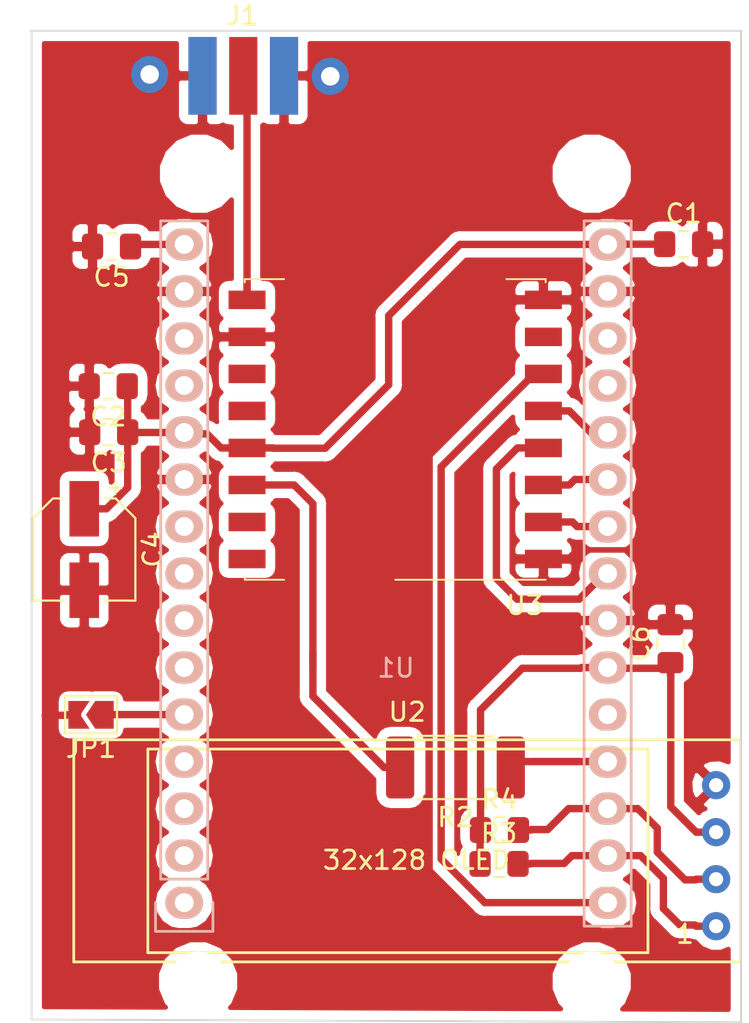
<source format=kicad_pcb>
(kicad_pcb (version 20171130) (host pcbnew "(5.0.0)")

  (general
    (thickness 1.6)
    (drawings 5)
    (tracks 123)
    (zones 0)
    (modules 14)
    (nets 33)
  )

  (page A4)
  (title_block
    (title "Lora Mailbox gateway")
    (date 2018-09-22)
    (rev 1.1)
    (comment 3 HopeRF95-868)
    (comment 4 "NodeMCU Amica ESP8266E")
  )

  (layers
    (0 F.Cu signal)
    (31 B.Cu signal)
    (32 B.Adhes user)
    (33 F.Adhes user)
    (34 B.Paste user)
    (35 F.Paste user)
    (36 B.SilkS user)
    (37 F.SilkS user)
    (38 B.Mask user)
    (39 F.Mask user)
    (40 Dwgs.User user)
    (41 Cmts.User user)
    (42 Eco1.User user)
    (43 Eco2.User user)
    (44 Edge.Cuts user)
    (45 Margin user)
    (46 B.CrtYd user)
    (47 F.CrtYd user)
    (48 B.Fab user)
    (49 F.Fab user)
  )

  (setup
    (last_trace_width 0.4)
    (trace_clearance 0.25)
    (zone_clearance 0.508)
    (zone_45_only no)
    (trace_min 0.2)
    (segment_width 0.2)
    (edge_width 0.1)
    (via_size 2)
    (via_drill 1)
    (via_min_size 0.4)
    (via_min_drill 0.3)
    (uvia_size 0.3)
    (uvia_drill 0.1)
    (uvias_allowed no)
    (uvia_min_size 0.2)
    (uvia_min_drill 0.1)
    (pcb_text_width 0.3)
    (pcb_text_size 1.5 1.5)
    (mod_edge_width 0.15)
    (mod_text_size 1 1)
    (mod_text_width 0.15)
    (pad_size 1.5 1.5)
    (pad_drill 0.6)
    (pad_to_mask_clearance 0)
    (aux_axis_origin 127.3302 108.6104)
    (visible_elements 7FFFFFFF)
    (pcbplotparams
      (layerselection 0x01000_7fffffff)
      (usegerberextensions false)
      (usegerberattributes false)
      (usegerberadvancedattributes false)
      (creategerberjobfile false)
      (excludeedgelayer true)
      (linewidth 0.100000)
      (plotframeref false)
      (viasonmask false)
      (mode 1)
      (useauxorigin true)
      (hpglpennumber 1)
      (hpglpenspeed 20)
      (hpglpendiameter 15.000000)
      (psnegative false)
      (psa4output false)
      (plotreference true)
      (plotvalue true)
      (plotinvisibletext false)
      (padsonsilk false)
      (subtractmaskfromsilk false)
      (outputformat 1)
      (mirror false)
      (drillshape 0)
      (scaleselection 1)
      (outputdirectory ""))
  )

  (net 0 "")
  (net 1 "Net-(U1-Pad1)")
  (net 2 "Net-(U1-Pad2)")
  (net 3 "Net-(U1-Pad3)")
  (net 4 "Net-(U1-Pad4)")
  (net 5 "Net-(U1-Pad6)")
  (net 6 "Net-(U1-Pad7)")
  (net 7 "Net-(U1-Pad8)")
  (net 8 "Net-(U1-Pad9)")
  (net 9 GND)
  (net 10 VCC)
  (net 11 "Net-(U1-Pad12)")
  (net 12 RESET)
  (net 13 "Net-(U1-Pad18)")
  (net 14 "Net-(U1-Pad19)")
  (net 15 MISO)
  (net 16 SCK)
  (net 17 MOSI)
  (net 18 CS)
  (net 19 I2C_SCL)
  (net 20 INT)
  (net 21 I2C_SDA)
  (net 22 "Net-(U3-Pad7)")
  (net 23 "Net-(J1-Pad1)")
  (net 24 "Net-(U3-Pad11)")
  (net 25 "Net-(U3-Pad12)")
  (net 26 "Net-(U3-Pad15)")
  (net 27 "Net-(U3-Pad16)")
  (net 28 "Net-(JP1-Pad1)")
  (net 29 "Net-(C5-Pad1)")
  (net 30 "Net-(R2-Pad2)")
  (net 31 "Net-(U1-Pad13)")
  (net 32 "Net-(U1-Pad26)")

  (net_class Default "This is the default net class."
    (clearance 0.25)
    (trace_width 0.4)
    (via_dia 2)
    (via_drill 1)
    (uvia_dia 0.3)
    (uvia_drill 0.1)
    (add_net CS)
    (add_net GND)
    (add_net I2C_SCL)
    (add_net I2C_SDA)
    (add_net INT)
    (add_net MISO)
    (add_net MOSI)
    (add_net "Net-(C5-Pad1)")
    (add_net "Net-(J1-Pad1)")
    (add_net "Net-(JP1-Pad1)")
    (add_net "Net-(R2-Pad2)")
    (add_net "Net-(U1-Pad1)")
    (add_net "Net-(U1-Pad12)")
    (add_net "Net-(U1-Pad13)")
    (add_net "Net-(U1-Pad18)")
    (add_net "Net-(U1-Pad19)")
    (add_net "Net-(U1-Pad2)")
    (add_net "Net-(U1-Pad26)")
    (add_net "Net-(U1-Pad3)")
    (add_net "Net-(U1-Pad4)")
    (add_net "Net-(U1-Pad6)")
    (add_net "Net-(U1-Pad7)")
    (add_net "Net-(U1-Pad8)")
    (add_net "Net-(U1-Pad9)")
    (add_net "Net-(U3-Pad11)")
    (add_net "Net-(U3-Pad12)")
    (add_net "Net-(U3-Pad15)")
    (add_net "Net-(U3-Pad16)")
    (add_net "Net-(U3-Pad7)")
    (add_net RESET)
    (add_net SCK)
    (add_net VCC)
  )

  (module Resistor_SMD:R_0805_2012Metric_Pad1.15x1.40mm_HandSolder (layer F.Cu) (tedit 5B36C52B) (tstamp 5BB36106)
    (at 152.5942 98.3742)
    (descr "Resistor SMD 0805 (2012 Metric), square (rectangular) end terminal, IPC_7351 nominal with elongated pad for handsoldering. (Body size source: https://docs.google.com/spreadsheets/d/1BsfQQcO9C6DZCsRaXUlFlo91Tg2WpOkGARC1WS5S8t0/edit?usp=sharing), generated with kicad-footprint-generator")
    (tags "resistor handsolder")
    (path /5BA6B1B6)
    (attr smd)
    (fp_text reference R4 (at 0 -1.65) (layer F.SilkS)
      (effects (font (size 1 1) (thickness 0.15)))
    )
    (fp_text value 10K (at 0 1.65) (layer F.Fab)
      (effects (font (size 1 1) (thickness 0.15)))
    )
    (fp_text user %R (at -0.097001 -0.029401) (layer F.Fab)
      (effects (font (size 0.5 0.5) (thickness 0.08)))
    )
    (fp_line (start 1.85 0.95) (end -1.85 0.95) (layer F.CrtYd) (width 0.05))
    (fp_line (start 1.85 -0.95) (end 1.85 0.95) (layer F.CrtYd) (width 0.05))
    (fp_line (start -1.85 -0.95) (end 1.85 -0.95) (layer F.CrtYd) (width 0.05))
    (fp_line (start -1.85 0.95) (end -1.85 -0.95) (layer F.CrtYd) (width 0.05))
    (fp_line (start -0.261252 0.71) (end 0.261252 0.71) (layer F.SilkS) (width 0.12))
    (fp_line (start -0.261252 -0.71) (end 0.261252 -0.71) (layer F.SilkS) (width 0.12))
    (fp_line (start 1 0.6) (end -1 0.6) (layer F.Fab) (width 0.1))
    (fp_line (start 1 -0.6) (end 1 0.6) (layer F.Fab) (width 0.1))
    (fp_line (start -1 -0.6) (end 1 -0.6) (layer F.Fab) (width 0.1))
    (fp_line (start -1 0.6) (end -1 -0.6) (layer F.Fab) (width 0.1))
    (pad 2 smd roundrect (at 1.025 0) (size 1.15 1.4) (layers F.Cu F.Paste F.Mask) (roundrect_rratio 0.217391)
      (net 19 I2C_SCL))
    (pad 1 smd roundrect (at -1.025 0) (size 1.15 1.4) (layers F.Cu F.Paste F.Mask) (roundrect_rratio 0.217391)
      (net 10 VCC))
    (model ${KISYS3DMOD}/Resistor_SMD.3dshapes/R_0805_2012Metric.wrl
      (at (xyz 0 0 0))
      (scale (xyz 1 1 1))
      (rotate (xyz 0 0 0))
    )
  )

  (module Resistor_SMD:R_0805_2012Metric_Pad1.15x1.40mm_HandSolder (layer F.Cu) (tedit 5B36C52B) (tstamp 5BB360F5)
    (at 152.5688 100.203)
    (descr "Resistor SMD 0805 (2012 Metric), square (rectangular) end terminal, IPC_7351 nominal with elongated pad for handsoldering. (Body size source: https://docs.google.com/spreadsheets/d/1BsfQQcO9C6DZCsRaXUlFlo91Tg2WpOkGARC1WS5S8t0/edit?usp=sharing), generated with kicad-footprint-generator")
    (tags "resistor handsolder")
    (path /5BA6B0CC)
    (attr smd)
    (fp_text reference R3 (at 0 -1.65) (layer F.SilkS)
      (effects (font (size 1 1) (thickness 0.15)))
    )
    (fp_text value 10K (at 0 1.397) (layer F.Fab)
      (effects (font (size 1 1) (thickness 0.15)))
    )
    (fp_line (start -1 0.6) (end -1 -0.6) (layer F.Fab) (width 0.1))
    (fp_line (start -1 -0.6) (end 1 -0.6) (layer F.Fab) (width 0.1))
    (fp_line (start 1 -0.6) (end 1 0.6) (layer F.Fab) (width 0.1))
    (fp_line (start 1 0.6) (end -1 0.6) (layer F.Fab) (width 0.1))
    (fp_line (start -0.261252 -0.71) (end 0.261252 -0.71) (layer F.SilkS) (width 0.12))
    (fp_line (start -0.261252 0.71) (end 0.261252 0.71) (layer F.SilkS) (width 0.12))
    (fp_line (start -1.85 0.95) (end -1.85 -0.95) (layer F.CrtYd) (width 0.05))
    (fp_line (start -1.85 -0.95) (end 1.85 -0.95) (layer F.CrtYd) (width 0.05))
    (fp_line (start 1.85 -0.95) (end 1.85 0.95) (layer F.CrtYd) (width 0.05))
    (fp_line (start 1.85 0.95) (end -1.85 0.95) (layer F.CrtYd) (width 0.05))
    (fp_text user %R (at 0 -0.0254) (layer F.Fab)
      (effects (font (size 0.5 0.5) (thickness 0.08)))
    )
    (pad 1 smd roundrect (at -1.025 0) (size 1.15 1.4) (layers F.Cu F.Paste F.Mask) (roundrect_rratio 0.217391)
      (net 10 VCC))
    (pad 2 smd roundrect (at 1.025 0) (size 1.15 1.4) (layers F.Cu F.Paste F.Mask) (roundrect_rratio 0.217391)
      (net 21 I2C_SDA))
    (model ${KISYS3DMOD}/Resistor_SMD.3dshapes/R_0805_2012Metric.wrl
      (at (xyz 0 0 0))
      (scale (xyz 1 1 1))
      (rotate (xyz 0 0 0))
    )
  )

  (module Capacitor_SMD:CP_Elec_5x5.9 (layer F.Cu) (tedit 5A841F9D) (tstamp 5BC027DE)
    (at 130.175 83.2202 270)
    (descr "SMT capacitor, aluminium electrolytic, 5x5.9, Panasonic B6 ")
    (tags "Capacitor Electrolytic")
    (path /5B67011D)
    (attr smd)
    (fp_text reference C4 (at 0 -3.7 270) (layer F.SilkS)
      (effects (font (size 1 1) (thickness 0.15)))
    )
    (fp_text value CP (at 0 3.7 270) (layer F.Fab)
      (effects (font (size 1 1) (thickness 0.15)))
    )
    (fp_circle (center 0 0) (end 2.5 0) (layer F.Fab) (width 0.1))
    (fp_line (start 2.65 -2.65) (end 2.65 2.65) (layer F.Fab) (width 0.1))
    (fp_line (start -1.65 -2.65) (end 2.65 -2.65) (layer F.Fab) (width 0.1))
    (fp_line (start -1.65 2.65) (end 2.65 2.65) (layer F.Fab) (width 0.1))
    (fp_line (start -2.65 -1.65) (end -2.65 1.65) (layer F.Fab) (width 0.1))
    (fp_line (start -2.65 -1.65) (end -1.65 -2.65) (layer F.Fab) (width 0.1))
    (fp_line (start -2.65 1.65) (end -1.65 2.65) (layer F.Fab) (width 0.1))
    (fp_line (start -2.033956 -1.2) (end -1.533956 -1.2) (layer F.Fab) (width 0.1))
    (fp_line (start -1.783956 -1.45) (end -1.783956 -0.95) (layer F.Fab) (width 0.1))
    (fp_line (start 2.76 2.76) (end 2.76 1.06) (layer F.SilkS) (width 0.12))
    (fp_line (start 2.76 -2.76) (end 2.76 -1.06) (layer F.SilkS) (width 0.12))
    (fp_line (start -1.695563 -2.76) (end 2.76 -2.76) (layer F.SilkS) (width 0.12))
    (fp_line (start -1.695563 2.76) (end 2.76 2.76) (layer F.SilkS) (width 0.12))
    (fp_line (start -2.76 1.695563) (end -2.76 1.06) (layer F.SilkS) (width 0.12))
    (fp_line (start -2.76 -1.695563) (end -2.76 -1.06) (layer F.SilkS) (width 0.12))
    (fp_line (start -2.76 -1.695563) (end -1.695563 -2.76) (layer F.SilkS) (width 0.12))
    (fp_line (start -2.76 1.695563) (end -1.695563 2.76) (layer F.SilkS) (width 0.12))
    (fp_line (start -3.625 -1.685) (end -3 -1.685) (layer F.SilkS) (width 0.12))
    (fp_line (start -3.3125 -1.9975) (end -3.3125 -1.3725) (layer F.SilkS) (width 0.12))
    (fp_line (start 2.9 -2.9) (end 2.9 -1.05) (layer F.CrtYd) (width 0.05))
    (fp_line (start 2.9 -1.05) (end 3.95 -1.05) (layer F.CrtYd) (width 0.05))
    (fp_line (start 3.95 -1.05) (end 3.95 1.05) (layer F.CrtYd) (width 0.05))
    (fp_line (start 3.95 1.05) (end 2.9 1.05) (layer F.CrtYd) (width 0.05))
    (fp_line (start 2.9 1.05) (end 2.9 2.9) (layer F.CrtYd) (width 0.05))
    (fp_line (start -1.75 2.9) (end 2.9 2.9) (layer F.CrtYd) (width 0.05))
    (fp_line (start -1.75 -2.9) (end 2.9 -2.9) (layer F.CrtYd) (width 0.05))
    (fp_line (start -2.9 1.75) (end -1.75 2.9) (layer F.CrtYd) (width 0.05))
    (fp_line (start -2.9 -1.75) (end -1.75 -2.9) (layer F.CrtYd) (width 0.05))
    (fp_line (start -2.9 -1.75) (end -2.9 -1.05) (layer F.CrtYd) (width 0.05))
    (fp_line (start -2.9 1.05) (end -2.9 1.75) (layer F.CrtYd) (width 0.05))
    (fp_line (start -2.9 -1.05) (end -3.95 -1.05) (layer F.CrtYd) (width 0.05))
    (fp_line (start -3.95 -1.05) (end -3.95 1.05) (layer F.CrtYd) (width 0.05))
    (fp_line (start -3.95 1.05) (end -2.9 1.05) (layer F.CrtYd) (width 0.05))
    (fp_text user %R (at 0 0 270) (layer F.Fab)
      (effects (font (size 1 1) (thickness 0.15)))
    )
    (pad 1 smd rect (at -2.2 0 270) (size 3 1.6) (layers F.Cu F.Paste F.Mask)
      (net 10 VCC))
    (pad 2 smd rect (at 2.2 0 270) (size 3 1.6) (layers F.Cu F.Paste F.Mask)
      (net 9 GND))
    (model ${KISYS3DMOD}/Capacitor_SMD.3dshapes/CP_Elec_5x5.9.wrl
      (at (xyz 0 0 0))
      (scale (xyz 1 1 1))
      (rotate (xyz 0 0 0))
    )
  )

  (module Resistor_SMD:R_2512_6332Metric_Pad1.52x3.35mm_HandSolder (layer F.Cu) (tedit 5B301BBD) (tstamp 5BC01AA8)
    (at 150.2156 94.996 180)
    (descr "Resistor SMD 2512 (6332 Metric), square (rectangular) end terminal, IPC_7351 nominal with elongated pad for handsoldering. (Body size source: http://www.tortai-tech.com/upload/download/2011102023233369053.pdf), generated with kicad-footprint-generator")
    (tags "resistor handsolder")
    (path /5BA6DC2B)
    (attr smd)
    (fp_text reference R2 (at 0 -2.6924 180) (layer F.SilkS)
      (effects (font (size 1 1) (thickness 0.15)))
    )
    (fp_text value 0R (at 0 2.62 180) (layer F.Fab)
      (effects (font (size 1 1) (thickness 0.15)))
    )
    (fp_line (start -3.15 1.6) (end -3.15 -1.6) (layer F.Fab) (width 0.1))
    (fp_line (start -3.15 -1.6) (end 3.15 -1.6) (layer F.Fab) (width 0.1))
    (fp_line (start 3.15 -1.6) (end 3.15 1.6) (layer F.Fab) (width 0.1))
    (fp_line (start 3.15 1.6) (end -3.15 1.6) (layer F.Fab) (width 0.1))
    (fp_line (start -2.052064 -1.71) (end 2.052064 -1.71) (layer F.SilkS) (width 0.12))
    (fp_line (start -2.052064 1.71) (end 2.052064 1.71) (layer F.SilkS) (width 0.12))
    (fp_line (start -4 1.92) (end -4 -1.92) (layer F.CrtYd) (width 0.05))
    (fp_line (start -4 -1.92) (end 4 -1.92) (layer F.CrtYd) (width 0.05))
    (fp_line (start 4 -1.92) (end 4 1.92) (layer F.CrtYd) (width 0.05))
    (fp_line (start 4 1.92) (end -4 1.92) (layer F.CrtYd) (width 0.05))
    (fp_text user %R (at 0.5588 0 180) (layer F.Fab)
      (effects (font (size 1 1) (thickness 0.15)))
    )
    (pad 1 smd roundrect (at -2.9875 0 180) (size 1.525 3.35) (layers F.Cu F.Paste F.Mask) (roundrect_rratio 0.163934)
      (net 20 INT))
    (pad 2 smd roundrect (at 2.9875 0 180) (size 1.525 3.35) (layers F.Cu F.Paste F.Mask) (roundrect_rratio 0.163934)
      (net 30 "Net-(R2-Pad2)"))
    (model ${KISYS3DMOD}/Resistor_SMD.3dshapes/R_2512_6332Metric.wrl
      (at (xyz 0 0 0))
      (scale (xyz 1 1 1))
      (rotate (xyz 0 0 0))
    )
  )

  (module Capacitor_SMD:C_0805_2012Metric_Pad1.15x1.40mm_HandSolder (layer F.Cu) (tedit 5B36C52B) (tstamp 5BC00BFC)
    (at 161.8234 88.3068 90)
    (descr "Capacitor SMD 0805 (2012 Metric), square (rectangular) end terminal, IPC_7351 nominal with elongated pad for handsoldering. (Body size source: https://docs.google.com/spreadsheets/d/1BsfQQcO9C6DZCsRaXUlFlo91Tg2WpOkGARC1WS5S8t0/edit?usp=sharing), generated with kicad-footprint-generator")
    (tags "capacitor handsolder")
    (path /5BA6C7E2)
    (attr smd)
    (fp_text reference C6 (at 0 -1.65 90) (layer F.SilkS)
      (effects (font (size 1 1) (thickness 0.15)))
    )
    (fp_text value 100n (at 0 1.65 90) (layer F.Fab)
      (effects (font (size 1 1) (thickness 0.15)))
    )
    (fp_text user %R (at -0.245 -0.1524 90) (layer F.Fab)
      (effects (font (size 0.5 0.5) (thickness 0.08)))
    )
    (fp_line (start 1.85 0.95) (end -1.85 0.95) (layer F.CrtYd) (width 0.05))
    (fp_line (start 1.85 -0.95) (end 1.85 0.95) (layer F.CrtYd) (width 0.05))
    (fp_line (start -1.85 -0.95) (end 1.85 -0.95) (layer F.CrtYd) (width 0.05))
    (fp_line (start -1.85 0.95) (end -1.85 -0.95) (layer F.CrtYd) (width 0.05))
    (fp_line (start -0.261252 0.71) (end 0.261252 0.71) (layer F.SilkS) (width 0.12))
    (fp_line (start -0.261252 -0.71) (end 0.261252 -0.71) (layer F.SilkS) (width 0.12))
    (fp_line (start 1 0.6) (end -1 0.6) (layer F.Fab) (width 0.1))
    (fp_line (start 1 -0.6) (end 1 0.6) (layer F.Fab) (width 0.1))
    (fp_line (start -1 -0.6) (end 1 -0.6) (layer F.Fab) (width 0.1))
    (fp_line (start -1 0.6) (end -1 -0.6) (layer F.Fab) (width 0.1))
    (pad 2 smd roundrect (at 1.025 0 90) (size 1.15 1.4) (layers F.Cu F.Paste F.Mask) (roundrect_rratio 0.217391)
      (net 9 GND))
    (pad 1 smd roundrect (at -1.025 0 90) (size 1.15 1.4) (layers F.Cu F.Paste F.Mask) (roundrect_rratio 0.217391)
      (net 10 VCC))
    (model ${KISYS3DMOD}/Capacitor_SMD.3dshapes/C_0805_2012Metric.wrl
      (at (xyz 0 0 0))
      (scale (xyz 1 1 1))
      (rotate (xyz 0 0 0))
    )
  )

  (module Capacitor_SMD:C_0805_2012Metric_Pad1.15x1.40mm_HandSolder (layer F.Cu) (tedit 5B36C52B) (tstamp 5BC00BEB)
    (at 131.6482 66.8528 180)
    (descr "Capacitor SMD 0805 (2012 Metric), square (rectangular) end terminal, IPC_7351 nominal with elongated pad for handsoldering. (Body size source: https://docs.google.com/spreadsheets/d/1BsfQQcO9C6DZCsRaXUlFlo91Tg2WpOkGARC1WS5S8t0/edit?usp=sharing), generated with kicad-footprint-generator")
    (tags "capacitor handsolder")
    (path /5BA6CB6F)
    (attr smd)
    (fp_text reference C5 (at 0 -1.65 180) (layer F.SilkS)
      (effects (font (size 1 1) (thickness 0.15)))
    )
    (fp_text value 100n (at 0 1.65 180) (layer F.Fab)
      (effects (font (size 1 1) (thickness 0.15)))
    )
    (fp_line (start -1 0.6) (end -1 -0.6) (layer F.Fab) (width 0.1))
    (fp_line (start -1 -0.6) (end 1 -0.6) (layer F.Fab) (width 0.1))
    (fp_line (start 1 -0.6) (end 1 0.6) (layer F.Fab) (width 0.1))
    (fp_line (start 1 0.6) (end -1 0.6) (layer F.Fab) (width 0.1))
    (fp_line (start -0.261252 -0.71) (end 0.261252 -0.71) (layer F.SilkS) (width 0.12))
    (fp_line (start -0.261252 0.71) (end 0.261252 0.71) (layer F.SilkS) (width 0.12))
    (fp_line (start -1.85 0.95) (end -1.85 -0.95) (layer F.CrtYd) (width 0.05))
    (fp_line (start -1.85 -0.95) (end 1.85 -0.95) (layer F.CrtYd) (width 0.05))
    (fp_line (start 1.85 -0.95) (end 1.85 0.95) (layer F.CrtYd) (width 0.05))
    (fp_line (start 1.85 0.95) (end -1.85 0.95) (layer F.CrtYd) (width 0.05))
    (fp_text user %R (at 0 0 180) (layer F.Fab)
      (effects (font (size 0.5 0.5) (thickness 0.08)))
    )
    (pad 1 smd roundrect (at -1.025 0 180) (size 1.15 1.4) (layers F.Cu F.Paste F.Mask) (roundrect_rratio 0.217391)
      (net 29 "Net-(C5-Pad1)"))
    (pad 2 smd roundrect (at 1.025 0 180) (size 1.15 1.4) (layers F.Cu F.Paste F.Mask) (roundrect_rratio 0.217391)
      (net 9 GND))
    (model ${KISYS3DMOD}/Capacitor_SMD.3dshapes/C_0805_2012Metric.wrl
      (at (xyz 0 0 0))
      (scale (xyz 1 1 1))
      (rotate (xyz 0 0 0))
    )
  )

  (module Jumper:SolderJumper-2_P1.3mm_Open_TrianglePad1.0x1.5mm (layer F.Cu) (tedit 5A64794F) (tstamp 5BC00B7A)
    (at 130.5422 92.1512 180)
    (descr "SMD Solder Jumper, 1x1.5mm Triangular Pads, 0.3mm gap, open")
    (tags "solder jumper open")
    (path /5BA6C29F)
    (attr virtual)
    (fp_text reference JP1 (at 0 -1.8 180) (layer F.SilkS)
      (effects (font (size 1 1) (thickness 0.15)))
    )
    (fp_text value Jumper (at 0 1.9 180) (layer F.Fab)
      (effects (font (size 1 1) (thickness 0.15)))
    )
    (fp_line (start -1.4 1) (end -1.4 -1) (layer F.SilkS) (width 0.12))
    (fp_line (start 1.4 1) (end -1.4 1) (layer F.SilkS) (width 0.12))
    (fp_line (start 1.4 -1) (end 1.4 1) (layer F.SilkS) (width 0.12))
    (fp_line (start -1.4 -1) (end 1.4 -1) (layer F.SilkS) (width 0.12))
    (fp_line (start -1.65 -1.25) (end 1.65 -1.25) (layer F.CrtYd) (width 0.05))
    (fp_line (start -1.65 -1.25) (end -1.65 1.25) (layer F.CrtYd) (width 0.05))
    (fp_line (start 1.65 1.25) (end 1.65 -1.25) (layer F.CrtYd) (width 0.05))
    (fp_line (start 1.65 1.25) (end -1.65 1.25) (layer F.CrtYd) (width 0.05))
    (pad 2 smd custom (at 0.725 0 180) (size 0.3 0.3) (layers F.Cu F.Mask)
      (net 9 GND) (zone_connect 0)
      (options (clearance outline) (anchor rect))
      (primitives
        (gr_poly (pts
           (xy -0.65 -0.75) (xy 0.5 -0.75) (xy 0.5 0.75) (xy -0.65 0.75) (xy -0.15 0)
) (width 0))
      ))
    (pad 1 smd custom (at -0.725 0 180) (size 0.3 0.3) (layers F.Cu F.Mask)
      (net 28 "Net-(JP1-Pad1)") (zone_connect 0)
      (options (clearance outline) (anchor rect))
      (primitives
        (gr_poly (pts
           (xy -0.5 -0.75) (xy 0.5 -0.75) (xy 1 0) (xy 0.5 0.75) (xy -0.5 0.75)
) (width 0))
      ))
  )

  (module Capacitor_SMD:C_0805_2012Metric_Pad1.15x1.40mm_HandSolder (layer F.Cu) (tedit 5B36C52B) (tstamp 5BC0025D)
    (at 131.4958 76.8858 180)
    (descr "Capacitor SMD 0805 (2012 Metric), square (rectangular) end terminal, IPC_7351 nominal with elongated pad for handsoldering. (Body size source: https://docs.google.com/spreadsheets/d/1BsfQQcO9C6DZCsRaXUlFlo91Tg2WpOkGARC1WS5S8t0/edit?usp=sharing), generated with kicad-footprint-generator")
    (tags "capacitor handsolder")
    (path /5B6705C1)
    (attr smd)
    (fp_text reference C3 (at 0 -1.65 180) (layer F.SilkS)
      (effects (font (size 1 1) (thickness 0.15)))
    )
    (fp_text value C (at 0 1.65 180) (layer F.Fab)
      (effects (font (size 1 1) (thickness 0.15)))
    )
    (fp_line (start -1 0.6) (end -1 -0.6) (layer F.Fab) (width 0.1))
    (fp_line (start -1 -0.6) (end 1 -0.6) (layer F.Fab) (width 0.1))
    (fp_line (start 1 -0.6) (end 1 0.6) (layer F.Fab) (width 0.1))
    (fp_line (start 1 0.6) (end -1 0.6) (layer F.Fab) (width 0.1))
    (fp_line (start -0.261252 -0.71) (end 0.261252 -0.71) (layer F.SilkS) (width 0.12))
    (fp_line (start -0.261252 0.71) (end 0.261252 0.71) (layer F.SilkS) (width 0.12))
    (fp_line (start -1.85 0.95) (end -1.85 -0.95) (layer F.CrtYd) (width 0.05))
    (fp_line (start -1.85 -0.95) (end 1.85 -0.95) (layer F.CrtYd) (width 0.05))
    (fp_line (start 1.85 -0.95) (end 1.85 0.95) (layer F.CrtYd) (width 0.05))
    (fp_line (start 1.85 0.95) (end -1.85 0.95) (layer F.CrtYd) (width 0.05))
    (fp_text user %R (at 0 0 180) (layer F.Fab)
      (effects (font (size 0.5 0.5) (thickness 0.08)))
    )
    (pad 1 smd roundrect (at -1.025 0 180) (size 1.15 1.4) (layers F.Cu F.Paste F.Mask) (roundrect_rratio 0.217391)
      (net 10 VCC))
    (pad 2 smd roundrect (at 1.025 0 180) (size 1.15 1.4) (layers F.Cu F.Paste F.Mask) (roundrect_rratio 0.217391)
      (net 9 GND))
    (model ${KISYS3DMOD}/Capacitor_SMD.3dshapes/C_0805_2012Metric.wrl
      (at (xyz 0 0 0))
      (scale (xyz 1 1 1))
      (rotate (xyz 0 0 0))
    )
  )

  (module Capacitor_SMD:C_0805_2012Metric_Pad1.15x1.40mm_HandSolder (layer F.Cu) (tedit 5B36C52B) (tstamp 5BC0024C)
    (at 131.4704 74.3966 180)
    (descr "Capacitor SMD 0805 (2012 Metric), square (rectangular) end terminal, IPC_7351 nominal with elongated pad for handsoldering. (Body size source: https://docs.google.com/spreadsheets/d/1BsfQQcO9C6DZCsRaXUlFlo91Tg2WpOkGARC1WS5S8t0/edit?usp=sharing), generated with kicad-footprint-generator")
    (tags "capacitor handsolder")
    (path /5BA6AAFA)
    (attr smd)
    (fp_text reference C2 (at 0 -1.65 180) (layer F.SilkS)
      (effects (font (size 1 1) (thickness 0.15)))
    )
    (fp_text value 100n (at 0 1.65 180) (layer F.Fab)
      (effects (font (size 1 1) (thickness 0.15)))
    )
    (fp_text user %R (at 0 0 180) (layer F.Fab)
      (effects (font (size 0.5 0.5) (thickness 0.08)))
    )
    (fp_line (start 1.85 0.95) (end -1.85 0.95) (layer F.CrtYd) (width 0.05))
    (fp_line (start 1.85 -0.95) (end 1.85 0.95) (layer F.CrtYd) (width 0.05))
    (fp_line (start -1.85 -0.95) (end 1.85 -0.95) (layer F.CrtYd) (width 0.05))
    (fp_line (start -1.85 0.95) (end -1.85 -0.95) (layer F.CrtYd) (width 0.05))
    (fp_line (start -0.261252 0.71) (end 0.261252 0.71) (layer F.SilkS) (width 0.12))
    (fp_line (start -0.261252 -0.71) (end 0.261252 -0.71) (layer F.SilkS) (width 0.12))
    (fp_line (start 1 0.6) (end -1 0.6) (layer F.Fab) (width 0.1))
    (fp_line (start 1 -0.6) (end 1 0.6) (layer F.Fab) (width 0.1))
    (fp_line (start -1 -0.6) (end 1 -0.6) (layer F.Fab) (width 0.1))
    (fp_line (start -1 0.6) (end -1 -0.6) (layer F.Fab) (width 0.1))
    (pad 2 smd roundrect (at 1.025 0 180) (size 1.15 1.4) (layers F.Cu F.Paste F.Mask) (roundrect_rratio 0.217391)
      (net 9 GND))
    (pad 1 smd roundrect (at -1.025 0 180) (size 1.15 1.4) (layers F.Cu F.Paste F.Mask) (roundrect_rratio 0.217391)
      (net 10 VCC))
    (model ${KISYS3DMOD}/Capacitor_SMD.3dshapes/C_0805_2012Metric.wrl
      (at (xyz 0 0 0))
      (scale (xyz 1 1 1))
      (rotate (xyz 0 0 0))
    )
  )

  (module Capacitor_SMD:C_0805_2012Metric_Pad1.15x1.40mm_HandSolder (layer F.Cu) (tedit 5B36C52B) (tstamp 5BC0023B)
    (at 162.5346 66.7258)
    (descr "Capacitor SMD 0805 (2012 Metric), square (rectangular) end terminal, IPC_7351 nominal with elongated pad for handsoldering. (Body size source: https://docs.google.com/spreadsheets/d/1BsfQQcO9C6DZCsRaXUlFlo91Tg2WpOkGARC1WS5S8t0/edit?usp=sharing), generated with kicad-footprint-generator")
    (tags "capacitor handsolder")
    (path /5BA6B450)
    (attr smd)
    (fp_text reference C1 (at 0 -1.65) (layer F.SilkS)
      (effects (font (size 1 1) (thickness 0.15)))
    )
    (fp_text value 100n (at 0 1.65) (layer F.Fab)
      (effects (font (size 1 1) (thickness 0.15)))
    )
    (fp_line (start -1 0.6) (end -1 -0.6) (layer F.Fab) (width 0.1))
    (fp_line (start -1 -0.6) (end 1 -0.6) (layer F.Fab) (width 0.1))
    (fp_line (start 1 -0.6) (end 1 0.6) (layer F.Fab) (width 0.1))
    (fp_line (start 1 0.6) (end -1 0.6) (layer F.Fab) (width 0.1))
    (fp_line (start -0.261252 -0.71) (end 0.261252 -0.71) (layer F.SilkS) (width 0.12))
    (fp_line (start -0.261252 0.71) (end 0.261252 0.71) (layer F.SilkS) (width 0.12))
    (fp_line (start -1.85 0.95) (end -1.85 -0.95) (layer F.CrtYd) (width 0.05))
    (fp_line (start -1.85 -0.95) (end 1.85 -0.95) (layer F.CrtYd) (width 0.05))
    (fp_line (start 1.85 -0.95) (end 1.85 0.95) (layer F.CrtYd) (width 0.05))
    (fp_line (start 1.85 0.95) (end -1.85 0.95) (layer F.CrtYd) (width 0.05))
    (fp_text user %R (at 0 0) (layer F.Fab)
      (effects (font (size 0.5 0.5) (thickness 0.08)))
    )
    (pad 1 smd roundrect (at -1.025 0) (size 1.15 1.4) (layers F.Cu F.Paste F.Mask) (roundrect_rratio 0.217391)
      (net 10 VCC))
    (pad 2 smd roundrect (at 1.025 0) (size 1.15 1.4) (layers F.Cu F.Paste F.Mask) (roundrect_rratio 0.217391)
      (net 9 GND))
    (model ${KISYS3DMOD}/Capacitor_SMD.3dshapes/C_0805_2012Metric.wrl
      (at (xyz 0 0 0))
      (scale (xyz 1 1 1))
      (rotate (xyz 0 0 0))
    )
  )

  (module Libs:OLED_128x32_I2C (layer F.Cu) (tedit 5A5CF860) (tstamp 5BC00217)
    (at 146.6088 99.9998 180)
    (path /5BA6A976)
    (fp_text reference U2 (at -1 8 180) (layer F.SilkS)
      (effects (font (size 1 1) (thickness 0.15)))
    )
    (fp_text value OLED_128x32_i2c (at 1 -7.5 180) (layer F.Fab)
      (effects (font (size 1 1) (thickness 0.15)))
    )
    (fp_text user 1 (at -16 -4 180) (layer F.SilkS)
      (effects (font (size 1 1) (thickness 0.15)))
    )
    (fp_text user "32x128 OLED" (at -1.5 0 180) (layer F.SilkS)
      (effects (font (size 1 1) (thickness 0.15)))
    )
    (fp_line (start -14 6) (end 13 6) (layer F.SilkS) (width 0.15))
    (fp_line (start 13 6) (end 13 -5) (layer F.SilkS) (width 0.15))
    (fp_line (start 13 -5) (end -14 -5) (layer F.SilkS) (width 0.15))
    (fp_line (start -14 -5) (end -14 6) (layer F.SilkS) (width 0.15))
    (fp_line (start -19 -5.5) (end -19 6.5) (layer F.SilkS) (width 0.15))
    (fp_line (start -19 6.5) (end 17 6.5) (layer F.SilkS) (width 0.15))
    (fp_line (start 17 6.5) (end 17 -5.5) (layer F.SilkS) (width 0.15))
    (fp_line (start 17 -5.5) (end -19 -5.5) (layer F.SilkS) (width 0.15))
    (pad 1 thru_hole circle (at -17.68 -3.57 180) (size 1.524 1.524) (drill 0.762) (layers *.Cu *.Mask)
      (net 21 I2C_SDA))
    (pad 2 thru_hole circle (at -17.68 -1.03 180) (size 1.524 1.524) (drill 0.762) (layers *.Cu *.Mask)
      (net 19 I2C_SCL))
    (pad 3 thru_hole circle (at -17.68 1.51 180) (size 1.524 1.524) (drill 0.762) (layers *.Cu *.Mask)
      (net 10 VCC))
    (pad 4 thru_hole circle (at -17.68 4.05 180) (size 1.524 1.524) (drill 0.762) (layers *.Cu *.Mask)
      (net 9 GND))
  )

  (module "Libs:SMA_edge connector" (layer F.Cu) (tedit 5BA65CFD) (tstamp 5BC00205)
    (at 140.9602 60.3826 180)
    (path /5BA6B77C)
    (fp_text reference J1 (at 2.25 6 180) (layer F.SilkS)
      (effects (font (size 1 1) (thickness 0.15)))
    )
    (fp_text value Edge_Connector (at 2.75 -1.25 180) (layer F.Fab)
      (effects (font (size 1 1) (thickness 0.15)))
    )
    (fp_line (start -1 0.5) (end 5.5 0.5) (layer F.CrtYd) (width 0.15))
    (fp_line (start 5.5 0.5) (end 5.5 5) (layer F.CrtYd) (width 0.15))
    (fp_line (start 5.5 5) (end -1 5) (layer F.CrtYd) (width 0.15))
    (fp_line (start -1 5) (end -1 0.5) (layer F.CrtYd) (width 0.15))
    (pad 2 smd rect (at 0 2.75 180) (size 1.524 4.2) (layers F.Cu F.Paste F.Mask)
      (net 9 GND))
    (pad 1 smd rect (at 2.2 2.75 180) (size 1.524 4.2) (layers F.Cu F.Paste F.Mask)
      (net 23 "Net-(J1-Pad1)"))
    (pad 2 smd rect (at 4.4 2.75 180) (size 1.524 4.2) (layers F.Cu F.Paste F.Mask)
      (net 9 GND))
    (pad 2 smd rect (at 0 2.75 180) (size 1.524 4.2) (layers B.Cu F.Paste F.Mask)
      (net 9 GND))
    (pad 2 smd rect (at 4.4 2.75 180) (size 1.524 4.2) (layers B.Cu F.Paste F.Mask)
      (net 9 GND))
  )

  (module RF_Module:HOPERF_RFM9XW_SMD (layer F.Cu) (tedit 5A030172) (tstamp 5BC001F8)
    (at 146.9644 76.7334 180)
    (descr " Low Power Long Range Transceiver Module SMD-16 http://www.hoperf.com/upload/rf/RFM95_96_97_98W.pdf")
    (tags " Low Power Long Range Transceiver Module")
    (path /5B6702FD)
    (attr smd)
    (fp_text reference U3 (at -7 -9.5 180) (layer F.SilkS)
      (effects (font (size 1 1) (thickness 0.15)))
    )
    (fp_text value RFM95W-868S2 (at 0 9.5 180) (layer F.Fab)
      (effects (font (size 1 1) (thickness 0.15)))
    )
    (fp_line (start -8 -8) (end 8 -8) (layer F.Fab) (width 0.12))
    (fp_line (start 8 8) (end 8 -8) (layer F.Fab) (width 0.12))
    (fp_line (start -8 8) (end 8 8) (layer F.Fab) (width 0.12))
    (fp_line (start -8 8) (end -8 -8) (layer F.Fab) (width 0.12))
    (fp_text user %R (at -0.481001 2.200501 180) (layer F.Fab)
      (effects (font (size 1 1) (thickness 0.15)))
    )
    (fp_line (start -8.12 -8.12) (end 0 -8.12) (layer F.SilkS) (width 0.1))
    (fp_line (start 6 8.12) (end 8.12 8.12) (layer F.SilkS) (width 0.1))
    (fp_line (start -9.45 -8.25) (end 9.45 -8.25) (layer F.CrtYd) (width 0.05))
    (fp_line (start 9.45 -8.25) (end 9.45 8.25) (layer F.CrtYd) (width 0.05))
    (fp_line (start -9.45 8.25) (end 9.45 8.25) (layer F.CrtYd) (width 0.05))
    (fp_line (start -9.45 8.25) (end -9.45 -8.25) (layer F.CrtYd) (width 0.05))
    (fp_line (start 8.12 8.12) (end 8.12 7.95) (layer F.SilkS) (width 0.1))
    (fp_line (start -8.12 8.12) (end -6 8.12) (layer F.SilkS) (width 0.1))
    (fp_line (start -8.12 8.12) (end -8.12 7.95) (layer F.SilkS) (width 0.1))
    (fp_line (start 6 -8.12) (end 8.12 -8.12) (layer F.SilkS) (width 0.1))
    (fp_line (start 8.12 -8.12) (end 8.12 -7.95) (layer F.SilkS) (width 0.1))
    (pad 1 smd rect (at -8 -7 180) (size 2 1) (layers F.Cu F.Paste F.Mask)
      (net 9 GND))
    (pad 2 smd rect (at -8 -5 180) (size 2 1) (layers F.Cu F.Paste F.Mask)
      (net 15 MISO))
    (pad 3 smd rect (at -8 -3 180) (size 2 1) (layers F.Cu F.Paste F.Mask)
      (net 17 MOSI))
    (pad 4 smd rect (at -8 -1 180) (size 2 1) (layers F.Cu F.Paste F.Mask)
      (net 16 SCK))
    (pad 5 smd rect (at -8 1 180) (size 2 1) (layers F.Cu F.Paste F.Mask)
      (net 18 CS))
    (pad 6 smd rect (at -8 3 180) (size 2 1) (layers F.Cu F.Paste F.Mask)
      (net 12 RESET))
    (pad 7 smd rect (at -8 5 180) (size 2 1) (layers F.Cu F.Paste F.Mask)
      (net 22 "Net-(U3-Pad7)"))
    (pad 8 smd rect (at -8 7 180) (size 2 1) (layers F.Cu F.Paste F.Mask)
      (net 9 GND))
    (pad 9 smd rect (at 8 7 180) (size 2 1) (layers F.Cu F.Paste F.Mask)
      (net 23 "Net-(J1-Pad1)"))
    (pad 10 smd rect (at 8 5 180) (size 2 1) (layers F.Cu F.Paste F.Mask)
      (net 9 GND))
    (pad 11 smd rect (at 8 3 180) (size 2 1) (layers F.Cu F.Paste F.Mask)
      (net 24 "Net-(U3-Pad11)"))
    (pad 12 smd rect (at 8 1 180) (size 2 1) (layers F.Cu F.Paste F.Mask)
      (net 25 "Net-(U3-Pad12)"))
    (pad 13 smd rect (at 8 -1 180) (size 2 1) (layers F.Cu F.Paste F.Mask)
      (net 10 VCC))
    (pad 14 smd rect (at 8 -3 180) (size 2 1) (layers F.Cu F.Paste F.Mask)
      (net 30 "Net-(R2-Pad2)"))
    (pad 15 smd rect (at 8 -5 180) (size 2 1) (layers F.Cu F.Paste F.Mask)
      (net 26 "Net-(U3-Pad15)"))
    (pad 16 smd rect (at 8 -7 180) (size 2 1) (layers F.Cu F.Paste F.Mask)
      (net 27 "Net-(U3-Pad16)"))
    (model ${KISYS3DMOD}/RF_Module.3dshapes/HOPERF_RFM9XW_SMD.wrl
      (at (xyz 0 0 0))
      (scale (xyz 1 1 1))
      (rotate (xyz 0 0 0))
    )
  )

  (module nodemcu:NodeMCU_Amica_R2 (layer B.Cu) (tedit 5A22F9CB) (tstamp 5BC011BB)
    (at 135.5725 102.2985)
    (descr "Through-hole-mounted NodeMCU 0.9")
    (tags nodemcu)
    (path /5B67006C)
    (fp_text reference U1 (at 11.43 -12.68) (layer B.SilkS)
      (effects (font (size 1 1) (thickness 0.15)) (justify mirror))
    )
    (fp_text value "NodeMCU_1.0_(ESP-12E)" (at 11.43 -45.085) (layer B.Fab)
      (effects (font (size 2 2) (thickness 0.15)) (justify mirror))
    )
    (fp_line (start 15.24 -37.465) (end 15.24 -42.545) (layer B.CrtYd) (width 0.15))
    (fp_line (start 7.62 -37.465) (end 15.24 -37.465) (layer B.CrtYd) (width 0.15))
    (fp_line (start 7.62 -42.545) (end 7.62 -37.465) (layer B.CrtYd) (width 0.15))
    (fp_line (start -1.905 -42.545) (end -1.905 6.35) (layer B.CrtYd) (width 0.15))
    (fp_line (start 24.765 -42.545) (end -1.905 -42.545) (layer B.CrtYd) (width 0.15))
    (fp_line (start 24.765 6.35) (end 24.765 -42.545) (layer B.CrtYd) (width 0.15))
    (fp_line (start -1.905 6.35) (end 24.765 6.35) (layer B.CrtYd) (width 0.15))
    (fp_line (start -1.27 -1.27) (end -1.27 -36.83) (layer B.SilkS) (width 0.15))
    (fp_line (start -1.27 -36.83) (end 1.27 -36.83) (layer B.SilkS) (width 0.15))
    (fp_line (start 1.27 -36.83) (end 1.27 -1.27) (layer B.SilkS) (width 0.15))
    (fp_line (start 1.55 1.55) (end 1.55 0) (layer B.SilkS) (width 0.15))
    (fp_line (start 1.27 -1.27) (end -1.27 -1.27) (layer B.SilkS) (width 0.15))
    (fp_line (start -1.55 0) (end -1.55 1.55) (layer B.SilkS) (width 0.15))
    (fp_line (start -1.55 1.55) (end 1.55 1.55) (layer B.SilkS) (width 0.15))
    (fp_line (start 21.59 -36.83) (end 24.13 -36.83) (layer B.SilkS) (width 0.15))
    (fp_line (start 21.59 1.27) (end 21.59 -36.83) (layer B.SilkS) (width 0.15))
    (fp_line (start 24.13 1.27) (end 21.59 1.27) (layer B.SilkS) (width 0.15))
    (fp_line (start 24.13 -36.83) (end 24.13 1.27) (layer B.SilkS) (width 0.15))
    (pad 1 thru_hole oval (at 0 0) (size 2.032 1.7272) (drill 1.016) (layers *.Cu *.Mask B.SilkS)
      (net 1 "Net-(U1-Pad1)"))
    (pad 2 thru_hole oval (at 0 -2.54) (size 2.032 1.7272) (drill 1.016) (layers *.Cu *.Mask B.SilkS)
      (net 2 "Net-(U1-Pad2)"))
    (pad 3 thru_hole oval (at 0 -5.08) (size 2.032 1.7272) (drill 1.016) (layers *.Cu *.Mask B.SilkS)
      (net 3 "Net-(U1-Pad3)"))
    (pad 4 thru_hole oval (at 0 -7.62) (size 2.032 1.7272) (drill 1.016) (layers *.Cu *.Mask B.SilkS)
      (net 4 "Net-(U1-Pad4)"))
    (pad 5 thru_hole oval (at 0 -10.16) (size 2.032 1.7272) (drill 1.016) (layers *.Cu *.Mask B.SilkS)
      (net 28 "Net-(JP1-Pad1)"))
    (pad 6 thru_hole oval (at 0 -12.7) (size 2.032 1.7272) (drill 1.016) (layers *.Cu *.Mask B.SilkS)
      (net 5 "Net-(U1-Pad6)"))
    (pad 7 thru_hole oval (at 0 -15.24) (size 2.032 1.7272) (drill 1.016) (layers *.Cu *.Mask B.SilkS)
      (net 6 "Net-(U1-Pad7)"))
    (pad 8 thru_hole oval (at 0 -17.78) (size 2.032 1.7272) (drill 1.016) (layers *.Cu *.Mask B.SilkS)
      (net 7 "Net-(U1-Pad8)"))
    (pad 9 thru_hole oval (at 0 -20.32) (size 2.032 1.7272) (drill 1.016) (layers *.Cu *.Mask B.SilkS)
      (net 8 "Net-(U1-Pad9)"))
    (pad 10 thru_hole oval (at 0 -22.86) (size 2.032 1.7272) (drill 1.016) (layers *.Cu *.Mask B.SilkS)
      (net 9 GND))
    (pad 11 thru_hole oval (at 0 -25.4) (size 2.032 1.7272) (drill 1.016) (layers *.Cu *.Mask B.SilkS)
      (net 10 VCC))
    (pad 12 thru_hole oval (at 0 -27.94) (size 2.032 1.7272) (drill 1.016) (layers *.Cu *.Mask B.SilkS)
      (net 11 "Net-(U1-Pad12)"))
    (pad 13 thru_hole oval (at 0 -30.48) (size 2.032 1.7272) (drill 1.016) (layers *.Cu *.Mask B.SilkS)
      (net 31 "Net-(U1-Pad13)"))
    (pad 14 thru_hole oval (at 0 -33.02) (size 2.032 1.7272) (drill 1.016) (layers *.Cu *.Mask B.SilkS)
      (net 9 GND))
    (pad 15 thru_hole oval (at 0 -35.56) (size 2.032 1.7272) (drill 1.016) (layers *.Cu *.Mask B.SilkS)
      (net 29 "Net-(C5-Pad1)"))
    (pad 30 thru_hole oval (at 22.86 0) (size 2.032 1.7272) (drill 1.016) (layers *.Cu *.Mask B.SilkS)
      (net 12 RESET))
    (pad 18 thru_hole oval (at 22.86 -30.48) (size 2.032 1.7272) (drill 1.016) (layers *.Cu *.Mask B.SilkS)
      (net 13 "Net-(U1-Pad18)"))
    (pad 17 thru_hole oval (at 22.86 -33.02) (size 2.032 1.7272) (drill 1.016) (layers *.Cu *.Mask B.SilkS)
      (net 9 GND))
    (pad 19 thru_hole oval (at 22.86 -27.94) (size 2.032 1.7272) (drill 1.016) (layers *.Cu *.Mask B.SilkS)
      (net 14 "Net-(U1-Pad19)"))
    (pad 25 thru_hole oval (at 22.86 -12.7) (size 2.032 1.7272) (drill 1.016) (layers *.Cu *.Mask B.SilkS)
      (net 10 VCC))
    (pad 26 thru_hole oval (at 22.86 -10.16) (size 2.032 1.7272) (drill 1.016) (layers *.Cu *.Mask B.SilkS)
      (net 32 "Net-(U1-Pad26)"))
    (pad 24 thru_hole oval (at 22.86 -15.24) (size 2.032 1.7272) (drill 1.016) (layers *.Cu *.Mask B.SilkS)
      (net 9 GND))
    (pad 16 thru_hole oval (at 22.86 -35.56) (size 2.032 1.7272) (drill 1.016) (layers *.Cu *.Mask B.SilkS)
      (net 10 VCC))
    (pad 22 thru_hole oval (at 22.86 -20.32) (size 2.032 1.7272) (drill 1.016) (layers *.Cu *.Mask B.SilkS)
      (net 15 MISO))
    (pad 23 thru_hole oval (at 22.86 -17.78) (size 2.032 1.7272) (drill 1.016) (layers *.Cu *.Mask B.SilkS)
      (net 16 SCK))
    (pad 21 thru_hole oval (at 22.86 -22.86) (size 2.032 1.7272) (drill 1.016) (layers *.Cu *.Mask B.SilkS)
      (net 17 MOSI))
    (pad 20 thru_hole oval (at 22.86 -25.4) (size 2.032 1.7272) (drill 1.016) (layers *.Cu *.Mask B.SilkS)
      (net 18 CS))
    (pad 28 thru_hole oval (at 22.86 -5.08) (size 2.032 1.7272) (drill 1.016) (layers *.Cu *.Mask B.SilkS)
      (net 19 I2C_SCL))
    (pad 27 thru_hole oval (at 22.86 -7.62) (size 2.032 1.7272) (drill 1.016) (layers *.Cu *.Mask B.SilkS)
      (net 20 INT))
    (pad 29 thru_hole oval (at 22.86 -2.54) (size 2.032 1.7272) (drill 1.016) (layers *.Cu *.Mask B.SilkS)
      (net 21 I2C_SDA))
    (pad "" np_thru_hole circle (at 0.8 -39.38) (size 3.2 3.2) (drill 3.2) (layers *.Cu *.Mask))
    (pad "" np_thru_hole circle (at 22 -39.38) (size 3.2 3.2) (drill 3.2) (layers *.Cu *.Mask))
    (pad "" np_thru_hole circle (at 22 4.25) (size 3.2 3.2) (drill 3.2) (layers *.Cu *.Mask))
    (pad "" np_thru_hole circle (at 0.75 4.25) (size 3.2 3.2) (drill 3.2) (layers *.Cu *.Mask))
  )

  (gr_line (start 127.2794 55.1942) (end 127.3302 55.245) (layer Edge.Cuts) (width 0.1) (tstamp 5BC039F3))
  (gr_line (start 127.3302 108.6104) (end 127.3302 55.245) (layer Edge.Cuts) (width 0.1))
  (gr_line (start 165.6334 108.7628) (end 127.3302 108.6104) (layer Edge.Cuts) (width 0.1))
  (gr_line (start 165.6334 55.1942) (end 165.6334 108.7628) (layer Edge.Cuts) (width 0.1))
  (gr_line (start 127.4064 55.1942) (end 165.6334 55.1942) (layer Edge.Cuts) (width 0.1))

  (segment (start 159.8485 87.0585) (end 160.1978 86.7092) (width 0.4) (layer F.Cu) (net 9))
  (segment (start 158.4325 87.0585) (end 159.8485 87.0585) (width 0.4) (layer F.Cu) (net 9) (status 10))
  (segment (start 160.1978 86.7092) (end 160.1978 84.0486) (width 0.4) (layer F.Cu) (net 9))
  (segment (start 156.2644 83.7334) (end 154.9644 83.7334) (width 0.3) (layer F.Cu) (net 9) (status 20))
  (segment (start 156.75569 83.24211) (end 156.2644 83.7334) (width 0.3) (layer F.Cu) (net 9))
  (segment (start 159.39131 83.24211) (end 156.75569 83.24211) (width 0.3) (layer F.Cu) (net 9))
  (segment (start 160.1978 84.0486) (end 159.39131 83.24211) (width 0.3) (layer F.Cu) (net 9))
  (via (at 143.4592 57.658) (size 2) (drill 1) (layers F.Cu B.Cu) (net 9))
  (segment (start 140.9602 57.6326) (end 143.4338 57.6326) (width 0.4) (layer F.Cu) (net 9) (status 10))
  (segment (start 143.4338 57.6326) (end 143.4592 57.658) (width 0.4) (layer F.Cu) (net 9))
  (via (at 133.7056 57.5564) (size 2) (drill 1) (layers F.Cu B.Cu) (net 9))
  (segment (start 136.5602 57.6326) (end 133.7818 57.6326) (width 0.4) (layer F.Cu) (net 9) (status 10))
  (segment (start 133.7818 57.6326) (end 133.7056 57.5564) (width 0.4) (layer F.Cu) (net 9))
  (segment (start 129.2172 92.1512) (end 129.1918 92.1766) (width 0.4) (layer F.Cu) (net 9))
  (segment (start 129.8172 92.1512) (end 129.2172 92.1512) (width 0.4) (layer F.Cu) (net 9) (status 10))
  (segment (start 129.1918 92.1766) (end 128.0668 92.1766) (width 0.4) (layer F.Cu) (net 9))
  (segment (start 136.5602 57.6326) (end 136.5602 60.1326) (width 0.4) (layer F.Cu) (net 9) (status 10))
  (segment (start 136.9812 60.5536) (end 137.7442 60.5536) (width 0.4) (layer F.Cu) (net 9))
  (segment (start 136.5602 60.1326) (end 136.9812 60.5536) (width 0.4) (layer F.Cu) (net 9))
  (segment (start 153.5644 69.7334) (end 153.5494 69.7484) (width 0.4) (layer F.Cu) (net 9))
  (segment (start 154.9644 69.7334) (end 153.5644 69.7334) (width 0.4) (layer F.Cu) (net 9))
  (segment (start 153.5494 69.7484) (end 148.8186 69.7484) (width 0.4) (layer F.Cu) (net 9))
  (segment (start 148.8186 69.7484) (end 148.7932 69.7738) (width 0.4) (layer F.Cu) (net 9))
  (segment (start 148.7932 69.7738) (end 148.7932 101.1682) (width 0.4) (layer F.Cu) (net 9))
  (segment (start 137.5644 77.7334) (end 136.8044 76.9734) (width 0.4) (layer F.Cu) (net 10))
  (segment (start 138.9644 77.7334) (end 137.5644 77.7334) (width 0.4) (layer F.Cu) (net 10) (status 10))
  (segment (start 135.6474 76.9734) (end 135.5725 76.8985) (width 0.4) (layer F.Cu) (net 10) (status 30))
  (segment (start 136.8044 76.9734) (end 135.6474 76.9734) (width 0.4) (layer F.Cu) (net 10) (status 20))
  (segment (start 132.5208 79.8744) (end 132.5208 76.8858) (width 0.4) (layer F.Cu) (net 10) (status 20))
  (segment (start 131.375 81.0202) (end 132.5208 79.8744) (width 0.4) (layer F.Cu) (net 10))
  (segment (start 130.175 81.0202) (end 131.375 81.0202) (width 0.4) (layer F.Cu) (net 10) (status 10))
  (segment (start 132.5335 76.8985) (end 132.5208 76.8858) (width 0.4) (layer F.Cu) (net 10) (status 30))
  (segment (start 135.5725 76.8985) (end 132.5335 76.8985) (width 0.4) (layer F.Cu) (net 10) (status 30))
  (segment (start 158.4706 89.6366) (end 158.4325 89.5985) (width 0.4) (layer F.Cu) (net 10) (status 30))
  (segment (start 161.8398 89.6366) (end 158.4706 89.6366) (width 0.4) (layer F.Cu) (net 10) (status 30))
  (segment (start 158.4452 66.7258) (end 158.4325 66.7385) (width 0.4) (layer F.Cu) (net 10) (status 30))
  (segment (start 161.5096 66.7258) (end 158.4452 66.7258) (width 0.4) (layer F.Cu) (net 10) (status 30))
  (segment (start 132.5208 74.422) (end 132.4954 74.3966) (width 0.4) (layer F.Cu) (net 10) (status 30))
  (segment (start 132.5208 76.8858) (end 132.5208 74.422) (width 0.4) (layer F.Cu) (net 10) (status 30))
  (segment (start 161.8398 97.11843) (end 161.8398 90.1192) (width 0.4) (layer F.Cu) (net 10))
  (segment (start 163.21117 98.4898) (end 161.8398 97.11843) (width 0.4) (layer F.Cu) (net 10))
  (segment (start 164.2888 98.4898) (end 163.21117 98.4898) (width 0.4) (layer F.Cu) (net 10) (status 10))
  (segment (start 161.8398 90.0232) (end 161.8398 90.1192) (width 0.4) (layer F.Cu) (net 10))
  (segment (start 161.8234 90.0068) (end 161.8398 90.0232) (width 0.4) (layer F.Cu) (net 10))
  (segment (start 161.8234 89.3318) (end 161.8234 90.0068) (width 0.4) (layer F.Cu) (net 10) (status 10))
  (segment (start 161.8398 90.1192) (end 161.8398 89.6366) (width 0.4) (layer F.Cu) (net 10) (status 20))
  (segment (start 151.5438 98.3996) (end 151.5692 98.3742) (width 0.4) (layer F.Cu) (net 10) (status 30))
  (segment (start 151.5438 100.203) (end 151.5438 98.3996) (width 0.4) (layer F.Cu) (net 10) (status 30))
  (segment (start 157.0165 89.5985) (end 158.4325 89.5985) (width 0.4) (layer F.Cu) (net 10) (status 20))
  (segment (start 157.0165 89.5985) (end 156.9784 89.6366) (width 0.4) (layer F.Cu) (net 10))
  (segment (start 156.9784 89.6366) (end 153.8224 89.6366) (width 0.4) (layer F.Cu) (net 10))
  (segment (start 151.5692 91.8898) (end 151.5692 98.3742) (width 0.4) (layer F.Cu) (net 10))
  (segment (start 153.8224 89.6366) (end 151.5692 91.8898) (width 0.4) (layer F.Cu) (net 10))
  (segment (start 158.4325 66.7385) (end 150.4593 66.7385) (width 0.4) (layer F.Cu) (net 10))
  (segment (start 140.3644 77.7334) (end 140.3804 77.7494) (width 0.4) (layer F.Cu) (net 10))
  (segment (start 138.9644 77.7334) (end 140.3644 77.7334) (width 0.4) (layer F.Cu) (net 10))
  (segment (start 140.3804 77.7494) (end 143.1798 77.7494) (width 0.4) (layer F.Cu) (net 10))
  (segment (start 146.6112 74.318) (end 146.6112 70.5866) (width 0.4) (layer F.Cu) (net 10))
  (segment (start 143.1798 77.7494) (end 146.6112 74.318) (width 0.4) (layer F.Cu) (net 10))
  (segment (start 150.4593 66.7385) (end 146.6112 70.5866) (width 0.4) (layer F.Cu) (net 10))
  (segment (start 154.4644 73.7334) (end 154.9644 73.7334) (width 0.4) (layer F.Cu) (net 12))
  (segment (start 158.4325 102.2985) (end 151.802868 102.2985) (width 0.4) (layer F.Cu) (net 12))
  (segment (start 151.802868 102.2985) (end 149.443211 99.938843) (width 0.4) (layer F.Cu) (net 12))
  (segment (start 149.443211 78.754589) (end 154.4644 73.7334) (width 0.4) (layer F.Cu) (net 12))
  (segment (start 149.443211 99.938843) (end 149.443211 78.754589) (width 0.4) (layer F.Cu) (net 12))
  (segment (start 154.9644 81.7334) (end 156.5364 81.7334) (width 0.4) (layer F.Cu) (net 15) (status 10))
  (segment (start 156.7815 81.9785) (end 158.4325 81.9785) (width 0.4) (layer F.Cu) (net 15) (status 20))
  (segment (start 156.5364 81.7334) (end 156.7815 81.9785) (width 0.4) (layer F.Cu) (net 15))
  (segment (start 158.2801 84.5185) (end 158.4325 84.5185) (width 0.4) (layer F.Cu) (net 16) (status 30))
  (segment (start 154.9644 77.7334) (end 153.5644 77.7334) (width 0.4) (layer F.Cu) (net 16) (status 10))
  (segment (start 153.5644 77.7334) (end 152.4254 78.8724) (width 0.4) (layer F.Cu) (net 16))
  (segment (start 152.4254 84.7852) (end 153.543 85.9028) (width 0.4) (layer F.Cu) (net 16))
  (segment (start 152.4254 78.8724) (end 152.4254 84.7852) (width 0.4) (layer F.Cu) (net 16))
  (segment (start 153.543 85.9028) (end 156.8958 85.9028) (width 0.4) (layer F.Cu) (net 16))
  (segment (start 156.8958 85.9028) (end 158.2801 84.5185) (width 0.4) (layer F.Cu) (net 16) (status 20))
  (segment (start 156.3644 79.7334) (end 156.6672 79.4306) (width 0.4) (layer F.Cu) (net 17))
  (segment (start 154.9644 79.7334) (end 156.3644 79.7334) (width 0.4) (layer F.Cu) (net 17) (status 10))
  (segment (start 156.6751 79.4385) (end 158.4325 79.4385) (width 0.4) (layer F.Cu) (net 17) (status 20))
  (segment (start 156.6672 79.4306) (end 156.6751 79.4385) (width 0.4) (layer F.Cu) (net 17))
  (segment (start 156.3644 75.7334) (end 154.9644 75.7334) (width 0.4) (layer F.Cu) (net 18) (status 20))
  (segment (start 158.4325 76.8985) (end 157.5295 76.8985) (width 0.4) (layer F.Cu) (net 18) (status 30))
  (segment (start 157.5295 76.8985) (end 156.3644 75.7334) (width 0.4) (layer F.Cu) (net 18) (status 10))
  (segment (start 163.21117 101.0298) (end 163.17437 101.0666) (width 0.4) (layer F.Cu) (net 19))
  (segment (start 164.2888 101.0298) (end 163.21117 101.0298) (width 0.4) (layer F.Cu) (net 19) (status 10))
  (segment (start 163.17437 101.0666) (end 162.6108 101.0666) (width 0.4) (layer F.Cu) (net 19))
  (segment (start 162.6108 101.0666) (end 161.1122 99.568) (width 0.4) (layer F.Cu) (net 19))
  (segment (start 161.1122 99.568) (end 161.1122 98.2726) (width 0.4) (layer F.Cu) (net 19))
  (segment (start 160.0581 97.2185) (end 158.4325 97.2185) (width 0.4) (layer F.Cu) (net 19) (status 20))
  (segment (start 161.1122 98.2726) (end 160.0581 97.2185) (width 0.4) (layer F.Cu) (net 19))
  (segment (start 154.2942 98.3742) (end 154.3196 98.3488) (width 0.4) (layer F.Cu) (net 19))
  (segment (start 153.6192 98.3742) (end 154.2942 98.3742) (width 0.4) (layer F.Cu) (net 19) (status 10))
  (segment (start 154.3196 98.3488) (end 155.194 98.3488) (width 0.4) (layer F.Cu) (net 19))
  (segment (start 156.3243 97.2185) (end 158.4325 97.2185) (width 0.4) (layer F.Cu) (net 19) (status 20))
  (segment (start 155.194 98.3488) (end 156.3243 97.2185) (width 0.4) (layer F.Cu) (net 19))
  (segment (start 158.4325 94.6785) (end 154.3842 94.6785) (width 0.4) (layer F.Cu) (net 20) (status 10))
  (segment (start 153.5206 94.6785) (end 153.2031 94.996) (width 0.4) (layer F.Cu) (net 20) (status 30))
  (segment (start 158.4325 94.6785) (end 153.5206 94.6785) (width 0.4) (layer F.Cu) (net 20) (status 30))
  (segment (start 163.21117 103.5698) (end 163.14637 103.505) (width 0.4) (layer F.Cu) (net 21))
  (segment (start 164.2888 103.5698) (end 163.21117 103.5698) (width 0.4) (layer F.Cu) (net 21) (status 10))
  (segment (start 163.14637 103.505) (end 162.3314 103.505) (width 0.4) (layer F.Cu) (net 21))
  (segment (start 162.3314 103.505) (end 161.4424 102.616) (width 0.4) (layer F.Cu) (net 21))
  (segment (start 161.4424 102.616) (end 161.4424 100.9904) (width 0.4) (layer F.Cu) (net 21))
  (segment (start 160.2105 99.7585) (end 158.4325 99.7585) (width 0.4) (layer F.Cu) (net 21) (status 20))
  (segment (start 161.4424 100.9904) (end 160.2105 99.7585) (width 0.4) (layer F.Cu) (net 21))
  (segment (start 154.2688 100.203) (end 154.2942 100.1776) (width 0.4) (layer F.Cu) (net 21))
  (segment (start 153.5938 100.203) (end 154.2688 100.203) (width 0.4) (layer F.Cu) (net 21) (status 10))
  (segment (start 154.2942 100.1776) (end 156.083 100.1776) (width 0.4) (layer F.Cu) (net 21))
  (segment (start 156.5021 99.7585) (end 158.4325 99.7585) (width 0.4) (layer F.Cu) (net 21) (status 20))
  (segment (start 156.083 100.1776) (end 156.5021 99.7585) (width 0.4) (layer F.Cu) (net 21))
  (segment (start 138.9644 57.8368) (end 138.7602 57.6326) (width 0.4) (layer F.Cu) (net 23) (status 30))
  (segment (start 138.9644 69.7334) (end 138.9644 57.8368) (width 0.4) (layer F.Cu) (net 23) (status 30))
  (segment (start 138.9644 69.7334) (end 138.9644 68.8334) (width 0.4) (layer F.Cu) (net 23) (status 10))
  (segment (start 131.2799 92.1385) (end 131.2672 92.1512) (width 0.4) (layer F.Cu) (net 28) (status 30))
  (segment (start 135.5725 92.1385) (end 131.2799 92.1385) (width 0.4) (layer F.Cu) (net 28) (status 30))
  (segment (start 132.7875 66.7385) (end 132.6732 66.8528) (width 0.4) (layer F.Cu) (net 29) (status 30))
  (segment (start 135.5725 66.7385) (end 132.7875 66.7385) (width 0.4) (layer F.Cu) (net 29) (status 30))
  (segment (start 141.5062 79.7334) (end 138.9644 79.7334) (width 0.4) (layer F.Cu) (net 30) (status 20))
  (segment (start 142.5194 80.7466) (end 141.5062 79.7334) (width 0.4) (layer F.Cu) (net 30))
  (segment (start 142.5194 91.1498) (end 142.5194 88.8238) (width 0.4) (layer F.Cu) (net 30))
  (segment (start 146.3656 94.996) (end 142.5194 91.1498) (width 0.4) (layer F.Cu) (net 30))
  (segment (start 147.2281 94.996) (end 146.3656 94.996) (width 0.4) (layer F.Cu) (net 30) (status 10))
  (segment (start 142.5194 89.6512) (end 142.5194 88.8238) (width 0.4) (layer F.Cu) (net 30))
  (segment (start 142.5194 88.8238) (end 142.5194 80.7466) (width 0.4) (layer F.Cu) (net 30))

  (zone (net 9) (net_name GND) (layer F.Cu) (tstamp 5BB36DE7) (hatch edge 0.508)
    (connect_pads (clearance 0.508))
    (min_thickness 0.254)
    (fill yes (arc_segments 16) (thermal_gap 0.508) (thermal_bridge_width 0.508))
    (polygon
      (pts
        (xy 127.381 55.1688) (xy 165.735 55.1688) (xy 165.7096 108.7882) (xy 127.127 108.6104)
      )
    )
    (filled_polygon
      (pts
        (xy 135.1632 57.34685) (xy 135.32195 57.5056) (xy 136.4332 57.5056) (xy 136.4332 57.4856) (xy 136.6872 57.4856)
        (xy 136.6872 57.5056) (xy 136.7072 57.5056) (xy 136.7072 57.7596) (xy 136.6872 57.7596) (xy 136.6872 60.20885)
        (xy 136.84595 60.3676) (xy 137.448509 60.3676) (xy 137.668932 60.276298) (xy 137.750435 60.330757) (xy 137.9982 60.38004)
        (xy 138.129401 60.38004) (xy 138.129401 61.514634) (xy 137.638526 61.023759) (xy 136.817069 60.6835) (xy 135.927931 60.6835)
        (xy 135.106474 61.023759) (xy 134.477759 61.652474) (xy 134.1375 62.473931) (xy 134.1375 63.363069) (xy 134.477759 64.184526)
        (xy 135.106474 64.813241) (xy 135.927931 65.1535) (xy 136.817069 65.1535) (xy 137.638526 64.813241) (xy 138.1294 64.322367)
        (xy 138.1294 68.58596) (xy 137.9644 68.58596) (xy 137.716635 68.635243) (xy 137.506591 68.775591) (xy 137.366243 68.985635)
        (xy 137.31696 69.2334) (xy 137.31696 70.2334) (xy 137.366243 70.481165) (xy 137.506591 70.691209) (xy 137.56772 70.732055)
        (xy 137.426073 70.873701) (xy 137.3294 71.10709) (xy 137.3294 71.44765) (xy 137.48815 71.6064) (xy 138.8374 71.6064)
        (xy 138.8374 71.5864) (xy 139.0914 71.5864) (xy 139.0914 71.6064) (xy 140.44065 71.6064) (xy 140.5994 71.44765)
        (xy 140.5994 71.10709) (xy 140.502727 70.873701) (xy 140.36108 70.732055) (xy 140.422209 70.691209) (xy 140.562557 70.481165)
        (xy 140.61184 70.2334) (xy 140.61184 69.2334) (xy 140.562557 68.985635) (xy 140.422209 68.775591) (xy 140.212165 68.635243)
        (xy 139.9644 68.58596) (xy 139.7994 68.58596) (xy 139.7994 62.473931) (xy 155.3375 62.473931) (xy 155.3375 63.363069)
        (xy 155.677759 64.184526) (xy 156.306474 64.813241) (xy 157.127931 65.1535) (xy 158.017069 65.1535) (xy 158.838526 64.813241)
        (xy 159.467241 64.184526) (xy 159.8075 63.363069) (xy 159.8075 62.473931) (xy 159.467241 61.652474) (xy 158.838526 61.023759)
        (xy 158.017069 60.6835) (xy 157.127931 60.6835) (xy 156.306474 61.023759) (xy 155.677759 61.652474) (xy 155.3375 62.473931)
        (xy 139.7994 62.473931) (xy 139.7994 60.311089) (xy 139.851468 60.276298) (xy 140.071891 60.3676) (xy 140.67445 60.3676)
        (xy 140.8332 60.20885) (xy 140.8332 57.7596) (xy 141.0872 57.7596) (xy 141.0872 60.20885) (xy 141.24595 60.3676)
        (xy 141.848509 60.3676) (xy 142.081898 60.270927) (xy 142.260527 60.092299) (xy 142.3572 59.85891) (xy 142.3572 57.91835)
        (xy 142.19845 57.7596) (xy 141.0872 57.7596) (xy 140.8332 57.7596) (xy 140.8132 57.7596) (xy 140.8132 57.5056)
        (xy 140.8332 57.5056) (xy 140.8332 57.4856) (xy 141.0872 57.4856) (xy 141.0872 57.5056) (xy 142.19845 57.5056)
        (xy 142.3572 57.34685) (xy 142.3572 55.8792) (xy 164.9484 55.8792) (xy 164.948401 94.701879) (xy 164.496498 94.540656)
        (xy 163.941432 94.568438) (xy 163.557657 94.727403) (xy 163.488192 94.969587) (xy 164.2888 95.770195) (xy 164.302943 95.756053)
        (xy 164.482548 95.935658) (xy 164.468405 95.9498) (xy 164.482548 95.963943) (xy 164.302943 96.143548) (xy 164.2888 96.129405)
        (xy 163.488192 96.930013) (xy 163.557657 97.172197) (xy 163.698193 97.222335) (xy 163.497463 97.30548) (xy 163.35259 97.450353)
        (xy 162.6748 96.772563) (xy 162.6748 95.742102) (xy 162.879656 95.742102) (xy 162.907438 96.297168) (xy 163.066403 96.680943)
        (xy 163.308587 96.750408) (xy 164.109195 95.9498) (xy 163.308587 95.149192) (xy 163.066403 95.218657) (xy 162.879656 95.742102)
        (xy 162.6748 95.742102) (xy 162.6748 90.447197) (xy 162.907986 90.291386) (xy 163.102527 90.000236) (xy 163.17084 89.656801)
        (xy 163.17084 89.006799) (xy 163.102527 88.663364) (xy 162.907986 88.372214) (xy 162.906803 88.371423) (xy 163.061727 88.216498)
        (xy 163.1584 87.983109) (xy 163.1584 87.56755) (xy 162.99965 87.4088) (xy 161.9504 87.4088) (xy 161.9504 87.4288)
        (xy 161.6964 87.4288) (xy 161.6964 87.4088) (xy 160.64715 87.4088) (xy 160.4884 87.56755) (xy 160.4884 87.983109)
        (xy 160.585073 88.216498) (xy 160.739997 88.371423) (xy 160.738814 88.372214) (xy 160.544273 88.663364) (xy 160.516776 88.8016)
        (xy 159.854779 88.8016) (xy 159.66533 88.51807) (xy 159.375768 88.32459) (xy 159.783232 87.960536) (xy 160.037209 87.433291)
        (xy 160.039858 87.417526) (xy 159.918717 87.1855) (xy 158.5595 87.1855) (xy 158.5595 87.2055) (xy 158.3055 87.2055)
        (xy 158.3055 87.1855) (xy 156.946283 87.1855) (xy 156.825142 87.417526) (xy 156.827791 87.433291) (xy 157.081768 87.960536)
        (xy 157.489232 88.32459) (xy 157.19967 88.51807) (xy 157.043076 88.752428) (xy 157.0165 88.747142) (xy 156.934263 88.7635)
        (xy 156.742722 88.8016) (xy 153.904633 88.8016) (xy 153.8224 88.785243) (xy 153.740167 88.8016) (xy 153.740163 88.8016)
        (xy 153.496599 88.850048) (xy 153.220399 89.034599) (xy 153.173815 89.104317) (xy 151.03692 91.241213) (xy 150.967199 91.287799)
        (xy 150.782648 91.564) (xy 150.7342 91.807564) (xy 150.7342 91.807567) (xy 150.717843 91.8898) (xy 150.7342 91.972033)
        (xy 150.734201 97.206367) (xy 150.609614 97.289614) (xy 150.415073 97.580764) (xy 150.34676 97.924199) (xy 150.34676 98.824201)
        (xy 150.415073 99.167636) (xy 150.483199 99.269593) (xy 150.389673 99.409564) (xy 150.340751 99.655515) (xy 150.278211 99.592976)
        (xy 150.278211 79.100456) (xy 153.31696 76.061708) (xy 153.31696 76.2334) (xy 153.366243 76.481165) (xy 153.506591 76.691209)
        (xy 153.569734 76.7334) (xy 153.506591 76.775591) (xy 153.415698 76.911621) (xy 153.238599 76.946848) (xy 152.962399 77.131399)
        (xy 152.915815 77.201118) (xy 151.89312 78.223813) (xy 151.823399 78.270399) (xy 151.638848 78.5466) (xy 151.5904 78.790164)
        (xy 151.5904 78.790167) (xy 151.574043 78.8724) (xy 151.5904 78.954633) (xy 151.590401 84.702962) (xy 151.574043 84.7852)
        (xy 151.638848 85.111) (xy 151.654517 85.13445) (xy 151.8234 85.387201) (xy 151.893118 85.433785) (xy 152.894415 86.435082)
        (xy 152.940999 86.504801) (xy 153.217199 86.689352) (xy 153.460763 86.7378) (xy 153.460766 86.7378) (xy 153.542999 86.754157)
        (xy 153.625232 86.7378) (xy 156.813567 86.7378) (xy 156.848812 86.744811) (xy 156.946283 86.9315) (xy 158.3055 86.9315)
        (xy 158.3055 86.9115) (xy 158.5595 86.9115) (xy 158.5595 86.9315) (xy 159.918717 86.9315) (xy 160.039858 86.699474)
        (xy 160.037209 86.683709) (xy 159.987489 86.580491) (xy 160.4884 86.580491) (xy 160.4884 86.99605) (xy 160.64715 87.1548)
        (xy 161.6964 87.1548) (xy 161.6964 86.23055) (xy 161.9504 86.23055) (xy 161.9504 87.1548) (xy 162.99965 87.1548)
        (xy 163.1584 86.99605) (xy 163.1584 86.580491) (xy 163.061727 86.347102) (xy 162.883099 86.168473) (xy 162.64971 86.0718)
        (xy 162.10915 86.0718) (xy 161.9504 86.23055) (xy 161.6964 86.23055) (xy 161.53765 86.0718) (xy 160.99709 86.0718)
        (xy 160.763701 86.168473) (xy 160.585073 86.347102) (xy 160.4884 86.580491) (xy 159.987489 86.580491) (xy 159.783232 86.156464)
        (xy 159.375768 85.79241) (xy 159.66533 85.59893) (xy 159.99655 85.103225) (xy 160.112859 84.5185) (xy 159.99655 83.933775)
        (xy 159.66533 83.43807) (xy 159.381619 83.2485) (xy 159.66533 83.05893) (xy 159.99655 82.563225) (xy 160.112859 81.9785)
        (xy 159.99655 81.393775) (xy 159.66533 80.89807) (xy 159.381619 80.7085) (xy 159.66533 80.51893) (xy 159.99655 80.023225)
        (xy 160.112859 79.4385) (xy 159.99655 78.853775) (xy 159.66533 78.35807) (xy 159.381619 78.1685) (xy 159.66533 77.97893)
        (xy 159.99655 77.483225) (xy 160.112859 76.8985) (xy 159.99655 76.313775) (xy 159.66533 75.81807) (xy 159.381619 75.6285)
        (xy 159.66533 75.43893) (xy 159.99655 74.943225) (xy 160.112859 74.3585) (xy 159.99655 73.773775) (xy 159.66533 73.27807)
        (xy 159.381619 73.0885) (xy 159.66533 72.89893) (xy 159.99655 72.403225) (xy 160.112859 71.8185) (xy 159.99655 71.233775)
        (xy 159.66533 70.73807) (xy 159.375768 70.54459) (xy 159.783232 70.180536) (xy 160.037209 69.653291) (xy 160.039858 69.637526)
        (xy 159.918717 69.4055) (xy 158.5595 69.4055) (xy 158.5595 69.4255) (xy 158.3055 69.4255) (xy 158.3055 69.4055)
        (xy 156.946283 69.4055) (xy 156.825142 69.637526) (xy 156.827791 69.653291) (xy 157.081768 70.180536) (xy 157.489232 70.54459)
        (xy 157.19967 70.73807) (xy 156.86845 71.233775) (xy 156.752141 71.8185) (xy 156.86845 72.403225) (xy 157.19967 72.89893)
        (xy 157.483381 73.0885) (xy 157.19967 73.27807) (xy 156.86845 73.773775) (xy 156.752141 74.3585) (xy 156.86845 74.943225)
        (xy 157.096716 75.284849) (xy 157.012987 75.20112) (xy 156.966401 75.131399) (xy 156.690201 74.946848) (xy 156.513102 74.911621)
        (xy 156.422209 74.775591) (xy 156.359066 74.7334) (xy 156.422209 74.691209) (xy 156.562557 74.481165) (xy 156.61184 74.2334)
        (xy 156.61184 73.2334) (xy 156.562557 72.985635) (xy 156.422209 72.775591) (xy 156.359066 72.7334) (xy 156.422209 72.691209)
        (xy 156.562557 72.481165) (xy 156.61184 72.2334) (xy 156.61184 71.2334) (xy 156.562557 70.985635) (xy 156.422209 70.775591)
        (xy 156.36108 70.734745) (xy 156.502727 70.593099) (xy 156.5994 70.35971) (xy 156.5994 70.01915) (xy 156.44065 69.8604)
        (xy 155.0914 69.8604) (xy 155.0914 69.8804) (xy 154.8374 69.8804) (xy 154.8374 69.8604) (xy 153.48815 69.8604)
        (xy 153.3294 70.01915) (xy 153.3294 70.35971) (xy 153.426073 70.593099) (xy 153.56772 70.734745) (xy 153.506591 70.775591)
        (xy 153.366243 70.985635) (xy 153.31696 71.2334) (xy 153.31696 72.2334) (xy 153.366243 72.481165) (xy 153.506591 72.691209)
        (xy 153.569734 72.7334) (xy 153.506591 72.775591) (xy 153.366243 72.985635) (xy 153.31696 73.2334) (xy 153.31696 73.699972)
        (xy 148.910929 78.106004) (xy 148.841211 78.152588) (xy 148.794627 78.222306) (xy 148.656659 78.428789) (xy 148.591854 78.754589)
        (xy 148.608212 78.836827) (xy 148.608211 93.421039) (xy 148.569727 93.227564) (xy 148.375186 92.936414) (xy 148.084036 92.741873)
        (xy 147.740601 92.67356) (xy 146.715599 92.67356) (xy 146.372164 92.741873) (xy 146.081014 92.936414) (xy 145.886473 93.227564)
        (xy 145.868482 93.318014) (xy 143.3544 90.803933) (xy 143.3544 80.828832) (xy 143.370757 80.746599) (xy 143.3544 80.664366)
        (xy 143.3544 80.664363) (xy 143.305952 80.420799) (xy 143.121401 80.144599) (xy 143.051682 80.098015) (xy 142.154787 79.20112)
        (xy 142.108201 79.131399) (xy 141.832001 78.946848) (xy 141.588437 78.8984) (xy 141.588433 78.8984) (xy 141.5062 78.882043)
        (xy 141.423967 78.8984) (xy 140.504268 78.8984) (xy 140.422209 78.775591) (xy 140.359066 78.7334) (xy 140.422209 78.691209)
        (xy 140.493577 78.5844) (xy 143.097567 78.5844) (xy 143.1798 78.600757) (xy 143.262033 78.5844) (xy 143.262037 78.5844)
        (xy 143.505601 78.535952) (xy 143.781801 78.351401) (xy 143.828387 78.28168) (xy 147.143486 74.966583) (xy 147.213201 74.920001)
        (xy 147.262246 74.846601) (xy 147.397752 74.643801) (xy 147.41275 74.5684) (xy 147.4462 74.400237) (xy 147.4462 74.400234)
        (xy 147.462557 74.318001) (xy 147.4462 74.235768) (xy 147.4462 70.932467) (xy 149.271577 69.10709) (xy 153.3294 69.10709)
        (xy 153.3294 69.44765) (xy 153.48815 69.6064) (xy 154.8374 69.6064) (xy 154.8374 68.75715) (xy 155.0914 68.75715)
        (xy 155.0914 69.6064) (xy 156.44065 69.6064) (xy 156.5994 69.44765) (xy 156.5994 69.10709) (xy 156.502727 68.873701)
        (xy 156.324098 68.695073) (xy 156.090709 68.5984) (xy 155.25015 68.5984) (xy 155.0914 68.75715) (xy 154.8374 68.75715)
        (xy 154.67865 68.5984) (xy 153.838091 68.5984) (xy 153.604702 68.695073) (xy 153.426073 68.873701) (xy 153.3294 69.10709)
        (xy 149.271577 69.10709) (xy 150.805168 67.5735) (xy 157.035679 67.5735) (xy 157.19967 67.81893) (xy 157.489232 68.01241)
        (xy 157.081768 68.376464) (xy 156.827791 68.903709) (xy 156.825142 68.919474) (xy 156.946283 69.1515) (xy 158.3055 69.1515)
        (xy 158.3055 69.1315) (xy 158.5595 69.1315) (xy 158.5595 69.1515) (xy 159.918717 69.1515) (xy 160.039858 68.919474)
        (xy 160.037209 68.903709) (xy 159.783232 68.376464) (xy 159.375768 68.01241) (xy 159.66533 67.81893) (xy 159.837807 67.5608)
        (xy 160.383245 67.5608) (xy 160.550014 67.810386) (xy 160.841164 68.004927) (xy 161.184599 68.07324) (xy 161.834601 68.07324)
        (xy 162.178036 68.004927) (xy 162.469186 67.810386) (xy 162.469977 67.809203) (xy 162.624902 67.964127) (xy 162.858291 68.0608)
        (xy 163.27385 68.0608) (xy 163.4326 67.90205) (xy 163.4326 66.8528) (xy 163.6866 66.8528) (xy 163.6866 67.90205)
        (xy 163.84535 68.0608) (xy 164.260909 68.0608) (xy 164.494298 67.964127) (xy 164.672927 67.785499) (xy 164.7696 67.55211)
        (xy 164.7696 67.01155) (xy 164.61085 66.8528) (xy 163.6866 66.8528) (xy 163.4326 66.8528) (xy 163.4126 66.8528)
        (xy 163.4126 66.5988) (xy 163.4326 66.5988) (xy 163.4326 65.54955) (xy 163.6866 65.54955) (xy 163.6866 66.5988)
        (xy 164.61085 66.5988) (xy 164.7696 66.44005) (xy 164.7696 65.89949) (xy 164.672927 65.666101) (xy 164.494298 65.487473)
        (xy 164.260909 65.3908) (xy 163.84535 65.3908) (xy 163.6866 65.54955) (xy 163.4326 65.54955) (xy 163.27385 65.3908)
        (xy 162.858291 65.3908) (xy 162.624902 65.487473) (xy 162.469977 65.642397) (xy 162.469186 65.641214) (xy 162.178036 65.446673)
        (xy 161.834601 65.37836) (xy 161.184599 65.37836) (xy 160.841164 65.446673) (xy 160.550014 65.641214) (xy 160.383245 65.8908)
        (xy 159.820835 65.8908) (xy 159.66533 65.65807) (xy 159.169625 65.32685) (xy 158.732498 65.2399) (xy 158.132502 65.2399)
        (xy 157.695375 65.32685) (xy 157.19967 65.65807) (xy 157.035679 65.9035) (xy 150.541532 65.9035) (xy 150.459299 65.887143)
        (xy 150.377066 65.9035) (xy 150.377063 65.9035) (xy 150.133499 65.951948) (xy 149.857299 66.136499) (xy 149.810715 66.206217)
        (xy 146.078918 69.938015) (xy 146.0092 69.984599) (xy 145.962616 70.054317) (xy 145.824648 70.2608) (xy 145.759843 70.5866)
        (xy 145.776201 70.668838) (xy 145.7762 73.972131) (xy 142.833933 76.9144) (xy 140.527074 76.9144) (xy 140.513102 76.911621)
        (xy 140.422209 76.775591) (xy 140.359066 76.7334) (xy 140.422209 76.691209) (xy 140.562557 76.481165) (xy 140.61184 76.2334)
        (xy 140.61184 75.2334) (xy 140.562557 74.985635) (xy 140.422209 74.775591) (xy 140.359066 74.7334) (xy 140.422209 74.691209)
        (xy 140.562557 74.481165) (xy 140.61184 74.2334) (xy 140.61184 73.2334) (xy 140.562557 72.985635) (xy 140.422209 72.775591)
        (xy 140.36108 72.734745) (xy 140.502727 72.593099) (xy 140.5994 72.35971) (xy 140.5994 72.01915) (xy 140.44065 71.8604)
        (xy 139.0914 71.8604) (xy 139.0914 71.8804) (xy 138.8374 71.8804) (xy 138.8374 71.8604) (xy 137.48815 71.8604)
        (xy 137.3294 72.01915) (xy 137.3294 72.35971) (xy 137.426073 72.593099) (xy 137.56772 72.734745) (xy 137.506591 72.775591)
        (xy 137.366243 72.985635) (xy 137.31696 73.2334) (xy 137.31696 74.2334) (xy 137.366243 74.481165) (xy 137.506591 74.691209)
        (xy 137.569734 74.7334) (xy 137.506591 74.775591) (xy 137.366243 74.985635) (xy 137.31696 75.2334) (xy 137.31696 76.2334)
        (xy 137.334907 76.323628) (xy 137.130201 76.186848) (xy 137.039713 76.168849) (xy 136.80533 75.81807) (xy 136.521619 75.6285)
        (xy 136.80533 75.43893) (xy 137.13655 74.943225) (xy 137.252859 74.3585) (xy 137.13655 73.773775) (xy 136.80533 73.27807)
        (xy 136.521619 73.0885) (xy 136.80533 72.89893) (xy 137.13655 72.403225) (xy 137.252859 71.8185) (xy 137.13655 71.233775)
        (xy 136.80533 70.73807) (xy 136.515768 70.54459) (xy 136.923232 70.180536) (xy 137.177209 69.653291) (xy 137.179858 69.637526)
        (xy 137.058717 69.4055) (xy 135.6995 69.4055) (xy 135.6995 69.4255) (xy 135.4455 69.4255) (xy 135.4455 69.4055)
        (xy 134.086283 69.4055) (xy 133.965142 69.637526) (xy 133.967791 69.653291) (xy 134.221768 70.180536) (xy 134.629232 70.54459)
        (xy 134.33967 70.73807) (xy 134.00845 71.233775) (xy 133.892141 71.8185) (xy 134.00845 72.403225) (xy 134.33967 72.89893)
        (xy 134.623381 73.0885) (xy 134.33967 73.27807) (xy 134.00845 73.773775) (xy 133.892141 74.3585) (xy 134.00845 74.943225)
        (xy 134.33967 75.43893) (xy 134.623381 75.6285) (xy 134.33967 75.81807) (xy 134.175679 76.0635) (xy 133.655641 76.0635)
        (xy 133.480386 75.801214) (xy 133.3558 75.717968) (xy 133.3558 75.54746) (xy 133.454986 75.481186) (xy 133.649527 75.190036)
        (xy 133.71784 74.846601) (xy 133.71784 73.946599) (xy 133.649527 73.603164) (xy 133.454986 73.312014) (xy 133.163836 73.117473)
        (xy 132.820401 73.04916) (xy 132.170399 73.04916) (xy 131.826964 73.117473) (xy 131.535814 73.312014) (xy 131.535023 73.313197)
        (xy 131.380098 73.158273) (xy 131.146709 73.0616) (xy 130.73115 73.0616) (xy 130.5724 73.22035) (xy 130.5724 74.2696)
        (xy 130.5924 74.2696) (xy 130.5924 74.5236) (xy 130.5724 74.5236) (xy 130.5724 75.57285) (xy 130.65345 75.6539)
        (xy 130.5978 75.70955) (xy 130.5978 76.7588) (xy 130.6178 76.7588) (xy 130.6178 77.0128) (xy 130.5978 77.0128)
        (xy 130.5978 78.06205) (xy 130.75655 78.2208) (xy 131.172109 78.2208) (xy 131.405498 78.124127) (xy 131.560423 77.969203)
        (xy 131.561214 77.970386) (xy 131.685801 78.053632) (xy 131.6858 79.528532) (xy 131.62244 79.591892) (xy 131.62244 79.5202)
        (xy 131.573157 79.272435) (xy 131.432809 79.062391) (xy 131.222765 78.922043) (xy 130.975 78.87276) (xy 129.375 78.87276)
        (xy 129.127235 78.922043) (xy 128.917191 79.062391) (xy 128.776843 79.272435) (xy 128.72756 79.5202) (xy 128.72756 82.5202)
        (xy 128.776843 82.767965) (xy 128.917191 82.978009) (xy 129.127235 83.118357) (xy 129.375 83.16764) (xy 130.975 83.16764)
        (xy 131.222765 83.118357) (xy 131.432809 82.978009) (xy 131.573157 82.767965) (xy 131.62244 82.5202) (xy 131.62244 81.822339)
        (xy 131.700801 81.806752) (xy 131.977001 81.622201) (xy 132.023587 81.55248) (xy 133.053083 80.522985) (xy 133.122801 80.476401)
        (xy 133.307352 80.200201) (xy 133.3558 79.956637) (xy 133.3558 79.956636) (xy 133.372158 79.8744) (xy 133.3558 79.792163)
        (xy 133.3558 78.053632) (xy 133.480386 77.970386) (xy 133.638669 77.7335) (xy 134.175679 77.7335) (xy 134.33967 77.97893)
        (xy 134.629232 78.17241) (xy 134.221768 78.536464) (xy 133.967791 79.063709) (xy 133.965142 79.079474) (xy 134.086283 79.3115)
        (xy 135.4455 79.3115) (xy 135.4455 79.2915) (xy 135.6995 79.2915) (xy 135.6995 79.3115) (xy 137.058717 79.3115)
        (xy 137.179858 79.079474) (xy 137.177209 79.063709) (xy 136.923232 78.536464) (xy 136.515768 78.17241) (xy 136.699665 78.049533)
        (xy 136.915816 78.265685) (xy 136.962399 78.335401) (xy 137.238599 78.519952) (xy 137.415698 78.555179) (xy 137.506591 78.691209)
        (xy 137.569734 78.7334) (xy 137.506591 78.775591) (xy 137.366243 78.985635) (xy 137.31696 79.2334) (xy 137.31696 80.2334)
        (xy 137.366243 80.481165) (xy 137.506591 80.691209) (xy 137.569734 80.7334) (xy 137.506591 80.775591) (xy 137.366243 80.985635)
        (xy 137.31696 81.2334) (xy 137.31696 82.2334) (xy 137.366243 82.481165) (xy 137.506591 82.691209) (xy 137.569734 82.7334)
        (xy 137.506591 82.775591) (xy 137.366243 82.985635) (xy 137.31696 83.2334) (xy 137.31696 84.2334) (xy 137.366243 84.481165)
        (xy 137.506591 84.691209) (xy 137.716635 84.831557) (xy 137.9644 84.88084) (xy 139.9644 84.88084) (xy 140.212165 84.831557)
        (xy 140.422209 84.691209) (xy 140.562557 84.481165) (xy 140.61184 84.2334) (xy 140.61184 83.2334) (xy 140.562557 82.985635)
        (xy 140.422209 82.775591) (xy 140.359066 82.7334) (xy 140.422209 82.691209) (xy 140.562557 82.481165) (xy 140.61184 82.2334)
        (xy 140.61184 81.2334) (xy 140.562557 80.985635) (xy 140.422209 80.775591) (xy 140.359066 80.7334) (xy 140.422209 80.691209)
        (xy 140.504268 80.5684) (xy 141.160333 80.5684) (xy 141.684401 81.092469) (xy 141.6844 88.741563) (xy 141.6844 89.733436)
        (xy 141.684401 89.733439) (xy 141.6844 91.067567) (xy 141.668043 91.1498) (xy 141.6844 91.232033) (xy 141.6844 91.232036)
        (xy 141.732848 91.4756) (xy 141.917399 91.751801) (xy 141.98712 91.798387) (xy 145.717015 95.528283) (xy 145.763599 95.598001)
        (xy 145.81816 95.634458) (xy 145.81816 96.421001) (xy 145.886473 96.764436) (xy 146.081014 97.055586) (xy 146.372164 97.250127)
        (xy 146.715599 97.31844) (xy 147.740601 97.31844) (xy 148.084036 97.250127) (xy 148.375186 97.055586) (xy 148.569727 96.764436)
        (xy 148.608211 96.570962) (xy 148.608211 99.85661) (xy 148.591854 99.938843) (xy 148.608211 100.021076) (xy 148.608211 100.021079)
        (xy 148.656659 100.264643) (xy 148.84121 100.540844) (xy 148.910931 100.58743) (xy 151.154283 102.830783) (xy 151.200867 102.900501)
        (xy 151.405926 103.037517) (xy 151.477067 103.085052) (xy 151.802868 103.149858) (xy 151.885105 103.1335) (xy 157.035679 103.1335)
        (xy 157.19967 103.37893) (xy 157.695375 103.71015) (xy 158.132502 103.7971) (xy 158.732498 103.7971) (xy 159.169625 103.71015)
        (xy 159.66533 103.37893) (xy 159.99655 102.883225) (xy 160.112859 102.2985) (xy 159.99655 101.713775) (xy 159.66533 101.21807)
        (xy 159.381619 101.0285) (xy 159.66533 100.83893) (xy 159.829321 100.5935) (xy 159.864633 100.5935) (xy 160.607401 101.336269)
        (xy 160.6074 102.533767) (xy 160.591043 102.616) (xy 160.6074 102.698233) (xy 160.6074 102.698236) (xy 160.655848 102.9418)
        (xy 160.840399 103.218001) (xy 160.91012 103.264587) (xy 161.682814 104.037282) (xy 161.729399 104.107001) (xy 162.005599 104.291552)
        (xy 162.3314 104.356358) (xy 162.413637 104.34) (xy 162.860897 104.34) (xy 162.885369 104.356352) (xy 163.128933 104.4048)
        (xy 163.128936 104.4048) (xy 163.152912 104.409569) (xy 163.497463 104.75412) (xy 164.010919 104.9668) (xy 164.566681 104.9668)
        (xy 164.948401 104.808687) (xy 164.948401 108.075069) (xy 159.229452 108.052315) (xy 159.467241 107.814526) (xy 159.8075 106.993069)
        (xy 159.8075 106.103931) (xy 159.467241 105.282474) (xy 158.838526 104.653759) (xy 158.017069 104.3135) (xy 157.127931 104.3135)
        (xy 156.306474 104.653759) (xy 155.677759 105.282474) (xy 155.3375 106.103931) (xy 155.3375 106.993069) (xy 155.677759 107.814526)
        (xy 155.90231 108.039077) (xy 138.063666 107.968101) (xy 138.217241 107.814526) (xy 138.5575 106.993069) (xy 138.5575 106.103931)
        (xy 138.217241 105.282474) (xy 137.588526 104.653759) (xy 136.767069 104.3135) (xy 135.877931 104.3135) (xy 135.056474 104.653759)
        (xy 134.427759 105.282474) (xy 134.0875 106.103931) (xy 134.0875 106.993069) (xy 134.427759 107.814526) (xy 134.567424 107.954191)
        (xy 128.0152 107.928121) (xy 128.0152 91.4012) (xy 128.66976 91.4012) (xy 128.66976 92.9012) (xy 128.719043 93.148965)
        (xy 128.859391 93.359009) (xy 129.069435 93.499357) (xy 129.3172 93.54864) (xy 130.4672 93.54864) (xy 130.586145 93.512626)
        (xy 130.7672 93.54864) (xy 131.7672 93.54864) (xy 132.014965 93.499357) (xy 132.225009 93.359009) (xy 132.365357 93.148965)
        (xy 132.400259 92.9735) (xy 134.175679 92.9735) (xy 134.33967 93.21893) (xy 134.623381 93.4085) (xy 134.33967 93.59807)
        (xy 134.00845 94.093775) (xy 133.892141 94.6785) (xy 134.00845 95.263225) (xy 134.33967 95.75893) (xy 134.623381 95.9485)
        (xy 134.33967 96.13807) (xy 134.00845 96.633775) (xy 133.892141 97.2185) (xy 134.00845 97.803225) (xy 134.33967 98.29893)
        (xy 134.623381 98.4885) (xy 134.33967 98.67807) (xy 134.00845 99.173775) (xy 133.892141 99.7585) (xy 134.00845 100.343225)
        (xy 134.33967 100.83893) (xy 134.623381 101.0285) (xy 134.33967 101.21807) (xy 134.00845 101.713775) (xy 133.892141 102.2985)
        (xy 134.00845 102.883225) (xy 134.33967 103.37893) (xy 134.835375 103.71015) (xy 135.272502 103.7971) (xy 135.872498 103.7971)
        (xy 136.309625 103.71015) (xy 136.80533 103.37893) (xy 137.13655 102.883225) (xy 137.252859 102.2985) (xy 137.13655 101.713775)
        (xy 136.80533 101.21807) (xy 136.521619 101.0285) (xy 136.80533 100.83893) (xy 137.13655 100.343225) (xy 137.252859 99.7585)
        (xy 137.13655 99.173775) (xy 136.80533 98.67807) (xy 136.521619 98.4885) (xy 136.80533 98.29893) (xy 137.13655 97.803225)
        (xy 137.252859 97.2185) (xy 137.13655 96.633775) (xy 136.80533 96.13807) (xy 136.521619 95.9485) (xy 136.80533 95.75893)
        (xy 137.13655 95.263225) (xy 137.252859 94.6785) (xy 137.13655 94.093775) (xy 136.80533 93.59807) (xy 136.521619 93.4085)
        (xy 136.80533 93.21893) (xy 137.13655 92.723225) (xy 137.252859 92.1385) (xy 137.13655 91.553775) (xy 136.80533 91.05807)
        (xy 136.521619 90.8685) (xy 136.80533 90.67893) (xy 137.13655 90.183225) (xy 137.252859 89.5985) (xy 137.13655 89.013775)
        (xy 136.80533 88.51807) (xy 136.521619 88.3285) (xy 136.80533 88.13893) (xy 137.13655 87.643225) (xy 137.252859 87.0585)
        (xy 137.13655 86.473775) (xy 136.80533 85.97807) (xy 136.521619 85.7885) (xy 136.80533 85.59893) (xy 137.13655 85.103225)
        (xy 137.252859 84.5185) (xy 137.13655 83.933775) (xy 136.80533 83.43807) (xy 136.521619 83.2485) (xy 136.80533 83.05893)
        (xy 137.13655 82.563225) (xy 137.252859 81.9785) (xy 137.13655 81.393775) (xy 136.80533 80.89807) (xy 136.515768 80.70459)
        (xy 136.923232 80.340536) (xy 137.177209 79.813291) (xy 137.179858 79.797526) (xy 137.058717 79.5655) (xy 135.6995 79.5655)
        (xy 135.6995 79.5855) (xy 135.4455 79.5855) (xy 135.4455 79.5655) (xy 134.086283 79.5655) (xy 133.965142 79.797526)
        (xy 133.967791 79.813291) (xy 134.221768 80.340536) (xy 134.629232 80.70459) (xy 134.33967 80.89807) (xy 134.00845 81.393775)
        (xy 133.892141 81.9785) (xy 134.00845 82.563225) (xy 134.33967 83.05893) (xy 134.623381 83.2485) (xy 134.33967 83.43807)
        (xy 134.00845 83.933775) (xy 133.892141 84.5185) (xy 134.00845 85.103225) (xy 134.33967 85.59893) (xy 134.623381 85.7885)
        (xy 134.33967 85.97807) (xy 134.00845 86.473775) (xy 133.892141 87.0585) (xy 134.00845 87.643225) (xy 134.33967 88.13893)
        (xy 134.623381 88.3285) (xy 134.33967 88.51807) (xy 134.00845 89.013775) (xy 133.892141 89.5985) (xy 134.00845 90.183225)
        (xy 134.33967 90.67893) (xy 134.623381 90.8685) (xy 134.33967 91.05807) (xy 134.175679 91.3035) (xy 132.395206 91.3035)
        (xy 132.365357 91.153435) (xy 132.225009 90.943391) (xy 132.014965 90.803043) (xy 131.7672 90.75376) (xy 130.7672 90.75376)
        (xy 130.640227 90.766333) (xy 130.604671 90.781104) (xy 130.4672 90.75376) (xy 129.3172 90.75376) (xy 129.069435 90.803043)
        (xy 128.859391 90.943391) (xy 128.719043 91.153435) (xy 128.66976 91.4012) (xy 128.0152 91.4012) (xy 128.0152 85.70595)
        (xy 128.74 85.70595) (xy 128.74 87.046509) (xy 128.836673 87.279898) (xy 129.015301 87.458527) (xy 129.24869 87.5552)
        (xy 129.88925 87.5552) (xy 130.048 87.39645) (xy 130.048 85.5472) (xy 130.302 85.5472) (xy 130.302 87.39645)
        (xy 130.46075 87.5552) (xy 131.10131 87.5552) (xy 131.334699 87.458527) (xy 131.513327 87.279898) (xy 131.61 87.046509)
        (xy 131.61 85.70595) (xy 131.45125 85.5472) (xy 130.302 85.5472) (xy 130.048 85.5472) (xy 128.89875 85.5472)
        (xy 128.74 85.70595) (xy 128.0152 85.70595) (xy 128.0152 83.793891) (xy 128.74 83.793891) (xy 128.74 85.13445)
        (xy 128.89875 85.2932) (xy 130.048 85.2932) (xy 130.048 83.44395) (xy 130.302 83.44395) (xy 130.302 85.2932)
        (xy 131.45125 85.2932) (xy 131.61 85.13445) (xy 131.61 83.793891) (xy 131.513327 83.560502) (xy 131.334699 83.381873)
        (xy 131.10131 83.2852) (xy 130.46075 83.2852) (xy 130.302 83.44395) (xy 130.048 83.44395) (xy 129.88925 83.2852)
        (xy 129.24869 83.2852) (xy 129.015301 83.381873) (xy 128.836673 83.560502) (xy 128.74 83.793891) (xy 128.0152 83.793891)
        (xy 128.0152 77.17155) (xy 129.2608 77.17155) (xy 129.2608 77.71211) (xy 129.357473 77.945499) (xy 129.536102 78.124127)
        (xy 129.769491 78.2208) (xy 130.18505 78.2208) (xy 130.3438 78.06205) (xy 130.3438 77.0128) (xy 129.41955 77.0128)
        (xy 129.2608 77.17155) (xy 128.0152 77.17155) (xy 128.0152 74.68235) (xy 129.2354 74.68235) (xy 129.2354 75.22291)
        (xy 129.332073 75.456299) (xy 129.510702 75.634927) (xy 129.538546 75.646461) (xy 129.536102 75.647473) (xy 129.357473 75.826101)
        (xy 129.2608 76.05949) (xy 129.2608 76.60005) (xy 129.41955 76.7588) (xy 130.3438 76.7588) (xy 130.3438 75.70955)
        (xy 130.26275 75.6285) (xy 130.3184 75.57285) (xy 130.3184 74.5236) (xy 129.39415 74.5236) (xy 129.2354 74.68235)
        (xy 128.0152 74.68235) (xy 128.0152 73.57029) (xy 129.2354 73.57029) (xy 129.2354 74.11085) (xy 129.39415 74.2696)
        (xy 130.3184 74.2696) (xy 130.3184 73.22035) (xy 130.15965 73.0616) (xy 129.744091 73.0616) (xy 129.510702 73.158273)
        (xy 129.332073 73.336901) (xy 129.2354 73.57029) (xy 128.0152 73.57029) (xy 128.0152 67.13855) (xy 129.4132 67.13855)
        (xy 129.4132 67.67911) (xy 129.509873 67.912499) (xy 129.688502 68.091127) (xy 129.921891 68.1878) (xy 130.33745 68.1878)
        (xy 130.4962 68.02905) (xy 130.4962 66.9798) (xy 129.57195 66.9798) (xy 129.4132 67.13855) (xy 128.0152 67.13855)
        (xy 128.0152 66.02649) (xy 129.4132 66.02649) (xy 129.4132 66.56705) (xy 129.57195 66.7258) (xy 130.4962 66.7258)
        (xy 130.4962 65.67655) (xy 130.7502 65.67655) (xy 130.7502 66.7258) (xy 130.7702 66.7258) (xy 130.7702 66.9798)
        (xy 130.7502 66.9798) (xy 130.7502 68.02905) (xy 130.90895 68.1878) (xy 131.324509 68.1878) (xy 131.557898 68.091127)
        (xy 131.712823 67.936203) (xy 131.713614 67.937386) (xy 132.004764 68.131927) (xy 132.348199 68.20024) (xy 132.998201 68.20024)
        (xy 133.341636 68.131927) (xy 133.632786 67.937386) (xy 133.827327 67.646236) (xy 133.841795 67.5735) (xy 134.175679 67.5735)
        (xy 134.33967 67.81893) (xy 134.629232 68.01241) (xy 134.221768 68.376464) (xy 133.967791 68.903709) (xy 133.965142 68.919474)
        (xy 134.086283 69.1515) (xy 135.4455 69.1515) (xy 135.4455 69.1315) (xy 135.6995 69.1315) (xy 135.6995 69.1515)
        (xy 137.058717 69.1515) (xy 137.179858 68.919474) (xy 137.177209 68.903709) (xy 136.923232 68.376464) (xy 136.515768 68.01241)
        (xy 136.80533 67.81893) (xy 137.13655 67.323225) (xy 137.252859 66.7385) (xy 137.13655 66.153775) (xy 136.80533 65.65807)
        (xy 136.309625 65.32685) (xy 135.872498 65.2399) (xy 135.272502 65.2399) (xy 134.835375 65.32685) (xy 134.33967 65.65807)
        (xy 134.175679 65.9035) (xy 133.723182 65.9035) (xy 133.632786 65.768214) (xy 133.341636 65.573673) (xy 132.998201 65.50536)
        (xy 132.348199 65.50536) (xy 132.004764 65.573673) (xy 131.713614 65.768214) (xy 131.712823 65.769397) (xy 131.557898 65.614473)
        (xy 131.324509 65.5178) (xy 130.90895 65.5178) (xy 130.7502 65.67655) (xy 130.4962 65.67655) (xy 130.33745 65.5178)
        (xy 129.921891 65.5178) (xy 129.688502 65.614473) (xy 129.509873 65.793101) (xy 129.4132 66.02649) (xy 128.0152 66.02649)
        (xy 128.0152 57.91835) (xy 135.1632 57.91835) (xy 135.1632 59.85891) (xy 135.259873 60.092299) (xy 135.438502 60.270927)
        (xy 135.671891 60.3676) (xy 136.27445 60.3676) (xy 136.4332 60.20885) (xy 136.4332 57.7596) (xy 135.32195 57.7596)
        (xy 135.1632 57.91835) (xy 128.0152 57.91835) (xy 128.0152 55.8792) (xy 135.1632 55.8792)
      )
    )
    (filled_polygon
      (pts
        (xy 153.31696 79.2334) (xy 153.31696 80.2334) (xy 153.366243 80.481165) (xy 153.506591 80.691209) (xy 153.569734 80.7334)
        (xy 153.506591 80.775591) (xy 153.366243 80.985635) (xy 153.31696 81.2334) (xy 153.31696 82.2334) (xy 153.366243 82.481165)
        (xy 153.506591 82.691209) (xy 153.56772 82.732055) (xy 153.426073 82.873701) (xy 153.3294 83.10709) (xy 153.3294 83.44765)
        (xy 153.48815 83.6064) (xy 154.8374 83.6064) (xy 154.8374 83.5864) (xy 155.0914 83.5864) (xy 155.0914 83.6064)
        (xy 156.44065 83.6064) (xy 156.5994 83.44765) (xy 156.5994 83.10709) (xy 156.502727 82.873701) (xy 156.36108 82.732055)
        (xy 156.383697 82.716942) (xy 156.455699 82.765052) (xy 156.699263 82.8135) (xy 156.7815 82.829858) (xy 156.863737 82.8135)
        (xy 157.035679 82.8135) (xy 157.19967 83.05893) (xy 157.483381 83.2485) (xy 157.19967 83.43807) (xy 156.86845 83.933775)
        (xy 156.752141 84.5185) (xy 156.809727 84.808005) (xy 156.549933 85.0678) (xy 153.888868 85.0678) (xy 153.2604 84.439333)
        (xy 153.2604 84.01915) (xy 153.3294 84.01915) (xy 153.3294 84.35971) (xy 153.426073 84.593099) (xy 153.604702 84.771727)
        (xy 153.838091 84.8684) (xy 154.67865 84.8684) (xy 154.8374 84.70965) (xy 154.8374 83.8604) (xy 155.0914 83.8604)
        (xy 155.0914 84.70965) (xy 155.25015 84.8684) (xy 156.090709 84.8684) (xy 156.324098 84.771727) (xy 156.502727 84.593099)
        (xy 156.5994 84.35971) (xy 156.5994 84.01915) (xy 156.44065 83.8604) (xy 155.0914 83.8604) (xy 154.8374 83.8604)
        (xy 153.48815 83.8604) (xy 153.3294 84.01915) (xy 153.2604 84.01915) (xy 153.2604 79.218267) (xy 153.334761 79.143906)
      )
    )
  )
)

</source>
